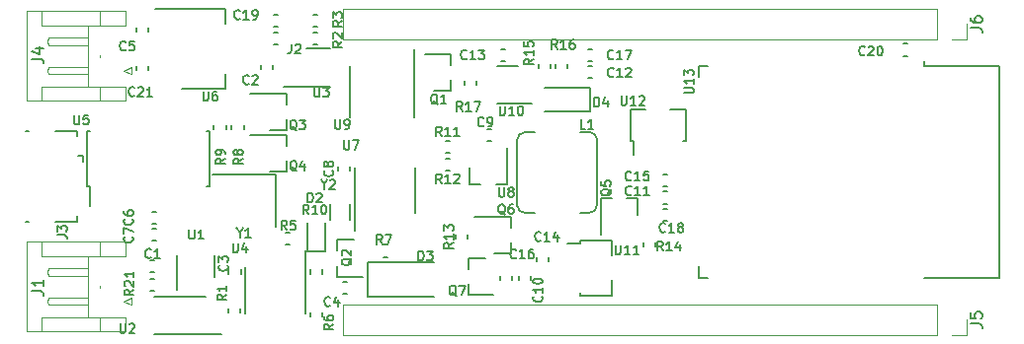
<source format=gbr>
G04 #@! TF.GenerationSoftware,KiCad,Pcbnew,9.0.0*
G04 #@! TF.CreationDate,2025-03-02T20:38:03-08:00*
G04 #@! TF.ProjectId,SuperPower-uC-KiCad,53757065-7250-46f7-9765-722d75432d4b,rev?*
G04 #@! TF.SameCoordinates,Original*
G04 #@! TF.FileFunction,Legend,Top*
G04 #@! TF.FilePolarity,Positive*
%FSLAX46Y46*%
G04 Gerber Fmt 4.6, Leading zero omitted, Abs format (unit mm)*
G04 Created by KiCad (PCBNEW 9.0.0) date 2025-03-02 20:38:03*
%MOMM*%
%LPD*%
G01*
G04 APERTURE LIST*
%ADD10C,0.150000*%
%ADD11C,0.153000*%
%ADD12C,0.120000*%
G04 APERTURE END LIST*
D10*
X183096819Y-122253333D02*
X183811104Y-122253333D01*
X183811104Y-122253333D02*
X183953961Y-122300952D01*
X183953961Y-122300952D02*
X184049200Y-122396190D01*
X184049200Y-122396190D02*
X184096819Y-122539047D01*
X184096819Y-122539047D02*
X184096819Y-122634285D01*
X183096819Y-121300952D02*
X183096819Y-121777142D01*
X183096819Y-121777142D02*
X183573009Y-121824761D01*
X183573009Y-121824761D02*
X183525390Y-121777142D01*
X183525390Y-121777142D02*
X183477771Y-121681904D01*
X183477771Y-121681904D02*
X183477771Y-121443809D01*
X183477771Y-121443809D02*
X183525390Y-121348571D01*
X183525390Y-121348571D02*
X183573009Y-121300952D01*
X183573009Y-121300952D02*
X183668247Y-121253333D01*
X183668247Y-121253333D02*
X183906342Y-121253333D01*
X183906342Y-121253333D02*
X184001580Y-121300952D01*
X184001580Y-121300952D02*
X184049200Y-121348571D01*
X184049200Y-121348571D02*
X184096819Y-121443809D01*
X184096819Y-121443809D02*
X184096819Y-121681904D01*
X184096819Y-121681904D02*
X184049200Y-121777142D01*
X184049200Y-121777142D02*
X184001580Y-121824761D01*
X183096819Y-96853333D02*
X183811104Y-96853333D01*
X183811104Y-96853333D02*
X183953961Y-96900952D01*
X183953961Y-96900952D02*
X184049200Y-96996190D01*
X184049200Y-96996190D02*
X184096819Y-97139047D01*
X184096819Y-97139047D02*
X184096819Y-97234285D01*
X183096819Y-95948571D02*
X183096819Y-96139047D01*
X183096819Y-96139047D02*
X183144438Y-96234285D01*
X183144438Y-96234285D02*
X183192057Y-96281904D01*
X183192057Y-96281904D02*
X183334914Y-96377142D01*
X183334914Y-96377142D02*
X183525390Y-96424761D01*
X183525390Y-96424761D02*
X183906342Y-96424761D01*
X183906342Y-96424761D02*
X184001580Y-96377142D01*
X184001580Y-96377142D02*
X184049200Y-96329523D01*
X184049200Y-96329523D02*
X184096819Y-96234285D01*
X184096819Y-96234285D02*
X184096819Y-96043809D01*
X184096819Y-96043809D02*
X184049200Y-95948571D01*
X184049200Y-95948571D02*
X184001580Y-95900952D01*
X184001580Y-95900952D02*
X183906342Y-95853333D01*
X183906342Y-95853333D02*
X183668247Y-95853333D01*
X183668247Y-95853333D02*
X183573009Y-95900952D01*
X183573009Y-95900952D02*
X183525390Y-95948571D01*
X183525390Y-95948571D02*
X183477771Y-96043809D01*
X183477771Y-96043809D02*
X183477771Y-96234285D01*
X183477771Y-96234285D02*
X183525390Y-96329523D01*
X183525390Y-96329523D02*
X183573009Y-96377142D01*
X183573009Y-96377142D02*
X183668247Y-96424761D01*
D11*
X150857024Y-103613139D02*
X150857024Y-102813139D01*
X150857024Y-102813139D02*
X151047500Y-102813139D01*
X151047500Y-102813139D02*
X151161786Y-102851234D01*
X151161786Y-102851234D02*
X151237976Y-102927424D01*
X151237976Y-102927424D02*
X151276071Y-103003615D01*
X151276071Y-103003615D02*
X151314167Y-103155996D01*
X151314167Y-103155996D02*
X151314167Y-103270282D01*
X151314167Y-103270282D02*
X151276071Y-103422663D01*
X151276071Y-103422663D02*
X151237976Y-103498853D01*
X151237976Y-103498853D02*
X151161786Y-103575044D01*
X151161786Y-103575044D02*
X151047500Y-103613139D01*
X151047500Y-103613139D02*
X150857024Y-103613139D01*
X151999881Y-103079805D02*
X151999881Y-103613139D01*
X151809405Y-102775044D02*
X151618928Y-103346472D01*
X151618928Y-103346472D02*
X152114167Y-103346472D01*
X104908639Y-114630166D02*
X105480067Y-114630166D01*
X105480067Y-114630166D02*
X105594353Y-114668261D01*
X105594353Y-114668261D02*
X105670544Y-114744452D01*
X105670544Y-114744452D02*
X105708639Y-114858737D01*
X105708639Y-114858737D02*
X105708639Y-114934928D01*
X104908639Y-114325404D02*
X104908639Y-113830166D01*
X104908639Y-113830166D02*
X105213401Y-114096832D01*
X105213401Y-114096832D02*
X105213401Y-113982547D01*
X105213401Y-113982547D02*
X105251496Y-113906356D01*
X105251496Y-113906356D02*
X105289591Y-113868261D01*
X105289591Y-113868261D02*
X105365782Y-113830166D01*
X105365782Y-113830166D02*
X105556258Y-113830166D01*
X105556258Y-113830166D02*
X105632448Y-113868261D01*
X105632448Y-113868261D02*
X105670544Y-113906356D01*
X105670544Y-113906356D02*
X105708639Y-113982547D01*
X105708639Y-113982547D02*
X105708639Y-114211118D01*
X105708639Y-114211118D02*
X105670544Y-114287309D01*
X105670544Y-114287309D02*
X105632448Y-114325404D01*
X150107666Y-105518139D02*
X149726714Y-105518139D01*
X149726714Y-105518139D02*
X149726714Y-104718139D01*
X150793380Y-105518139D02*
X150336237Y-105518139D01*
X150564809Y-105518139D02*
X150564809Y-104718139D01*
X150564809Y-104718139D02*
X150488618Y-104832424D01*
X150488618Y-104832424D02*
X150412428Y-104908615D01*
X150412428Y-104908615D02*
X150336237Y-104946710D01*
X127750048Y-110327186D02*
X127750048Y-110708139D01*
X127483381Y-109908139D02*
X127750048Y-110327186D01*
X127750048Y-110327186D02*
X128016714Y-109908139D01*
X128245285Y-109984329D02*
X128283381Y-109946234D01*
X128283381Y-109946234D02*
X128359571Y-109908139D01*
X128359571Y-109908139D02*
X128550047Y-109908139D01*
X128550047Y-109908139D02*
X128626238Y-109946234D01*
X128626238Y-109946234D02*
X128664333Y-109984329D01*
X128664333Y-109984329D02*
X128702428Y-110060520D01*
X128702428Y-110060520D02*
X128702428Y-110136710D01*
X128702428Y-110136710D02*
X128664333Y-110250996D01*
X128664333Y-110250996D02*
X128207190Y-110708139D01*
X128207190Y-110708139D02*
X128702428Y-110708139D01*
X120510548Y-114464186D02*
X120510548Y-114845139D01*
X120243881Y-114045139D02*
X120510548Y-114464186D01*
X120510548Y-114464186D02*
X120777214Y-114045139D01*
X121462928Y-114845139D02*
X121005785Y-114845139D01*
X121234357Y-114845139D02*
X121234357Y-114045139D01*
X121234357Y-114045139D02*
X121158166Y-114159424D01*
X121158166Y-114159424D02*
X121081976Y-114235615D01*
X121081976Y-114235615D02*
X121005785Y-114273710D01*
X158566139Y-102463475D02*
X159213758Y-102463475D01*
X159213758Y-102463475D02*
X159289948Y-102425380D01*
X159289948Y-102425380D02*
X159328044Y-102387285D01*
X159328044Y-102387285D02*
X159366139Y-102311094D01*
X159366139Y-102311094D02*
X159366139Y-102158713D01*
X159366139Y-102158713D02*
X159328044Y-102082523D01*
X159328044Y-102082523D02*
X159289948Y-102044428D01*
X159289948Y-102044428D02*
X159213758Y-102006332D01*
X159213758Y-102006332D02*
X158566139Y-102006332D01*
X159366139Y-101206333D02*
X159366139Y-101663476D01*
X159366139Y-101434904D02*
X158566139Y-101434904D01*
X158566139Y-101434904D02*
X158680424Y-101511095D01*
X158680424Y-101511095D02*
X158756615Y-101587285D01*
X158756615Y-101587285D02*
X158794710Y-101663476D01*
X158566139Y-100939666D02*
X158566139Y-100444428D01*
X158566139Y-100444428D02*
X158870901Y-100711094D01*
X158870901Y-100711094D02*
X158870901Y-100596809D01*
X158870901Y-100596809D02*
X158908996Y-100520618D01*
X158908996Y-100520618D02*
X158947091Y-100482523D01*
X158947091Y-100482523D02*
X159023282Y-100444428D01*
X159023282Y-100444428D02*
X159213758Y-100444428D01*
X159213758Y-100444428D02*
X159289948Y-100482523D01*
X159289948Y-100482523D02*
X159328044Y-100520618D01*
X159328044Y-100520618D02*
X159366139Y-100596809D01*
X159366139Y-100596809D02*
X159366139Y-100825380D01*
X159366139Y-100825380D02*
X159328044Y-100901571D01*
X159328044Y-100901571D02*
X159289948Y-100939666D01*
X153187524Y-102686139D02*
X153187524Y-103333758D01*
X153187524Y-103333758D02*
X153225619Y-103409948D01*
X153225619Y-103409948D02*
X153263714Y-103448044D01*
X153263714Y-103448044D02*
X153339905Y-103486139D01*
X153339905Y-103486139D02*
X153492286Y-103486139D01*
X153492286Y-103486139D02*
X153568476Y-103448044D01*
X153568476Y-103448044D02*
X153606571Y-103409948D01*
X153606571Y-103409948D02*
X153644667Y-103333758D01*
X153644667Y-103333758D02*
X153644667Y-102686139D01*
X154444666Y-103486139D02*
X153987523Y-103486139D01*
X154216095Y-103486139D02*
X154216095Y-102686139D01*
X154216095Y-102686139D02*
X154139904Y-102800424D01*
X154139904Y-102800424D02*
X154063714Y-102876615D01*
X154063714Y-102876615D02*
X153987523Y-102914710D01*
X154749428Y-102762329D02*
X154787524Y-102724234D01*
X154787524Y-102724234D02*
X154863714Y-102686139D01*
X154863714Y-102686139D02*
X155054190Y-102686139D01*
X155054190Y-102686139D02*
X155130381Y-102724234D01*
X155130381Y-102724234D02*
X155168476Y-102762329D01*
X155168476Y-102762329D02*
X155206571Y-102838520D01*
X155206571Y-102838520D02*
X155206571Y-102914710D01*
X155206571Y-102914710D02*
X155168476Y-103028996D01*
X155168476Y-103028996D02*
X154711333Y-103486139D01*
X154711333Y-103486139D02*
X155206571Y-103486139D01*
X152679524Y-115513139D02*
X152679524Y-116160758D01*
X152679524Y-116160758D02*
X152717619Y-116236948D01*
X152717619Y-116236948D02*
X152755714Y-116275044D01*
X152755714Y-116275044D02*
X152831905Y-116313139D01*
X152831905Y-116313139D02*
X152984286Y-116313139D01*
X152984286Y-116313139D02*
X153060476Y-116275044D01*
X153060476Y-116275044D02*
X153098571Y-116236948D01*
X153098571Y-116236948D02*
X153136667Y-116160758D01*
X153136667Y-116160758D02*
X153136667Y-115513139D01*
X153936666Y-116313139D02*
X153479523Y-116313139D01*
X153708095Y-116313139D02*
X153708095Y-115513139D01*
X153708095Y-115513139D02*
X153631904Y-115627424D01*
X153631904Y-115627424D02*
X153555714Y-115703615D01*
X153555714Y-115703615D02*
X153479523Y-115741710D01*
X154698571Y-116313139D02*
X154241428Y-116313139D01*
X154470000Y-116313139D02*
X154470000Y-115513139D01*
X154470000Y-115513139D02*
X154393809Y-115627424D01*
X154393809Y-115627424D02*
X154317619Y-115703615D01*
X154317619Y-115703615D02*
X154241428Y-115741710D01*
X142773524Y-103575139D02*
X142773524Y-104222758D01*
X142773524Y-104222758D02*
X142811619Y-104298948D01*
X142811619Y-104298948D02*
X142849714Y-104337044D01*
X142849714Y-104337044D02*
X142925905Y-104375139D01*
X142925905Y-104375139D02*
X143078286Y-104375139D01*
X143078286Y-104375139D02*
X143154476Y-104337044D01*
X143154476Y-104337044D02*
X143192571Y-104298948D01*
X143192571Y-104298948D02*
X143230667Y-104222758D01*
X143230667Y-104222758D02*
X143230667Y-103575139D01*
X144030666Y-104375139D02*
X143573523Y-104375139D01*
X143802095Y-104375139D02*
X143802095Y-103575139D01*
X143802095Y-103575139D02*
X143725904Y-103689424D01*
X143725904Y-103689424D02*
X143649714Y-103765615D01*
X143649714Y-103765615D02*
X143573523Y-103803710D01*
X144525905Y-103575139D02*
X144602095Y-103575139D01*
X144602095Y-103575139D02*
X144678286Y-103613234D01*
X144678286Y-103613234D02*
X144716381Y-103651329D01*
X144716381Y-103651329D02*
X144754476Y-103727520D01*
X144754476Y-103727520D02*
X144792571Y-103879901D01*
X144792571Y-103879901D02*
X144792571Y-104070377D01*
X144792571Y-104070377D02*
X144754476Y-104222758D01*
X144754476Y-104222758D02*
X144716381Y-104298948D01*
X144716381Y-104298948D02*
X144678286Y-104337044D01*
X144678286Y-104337044D02*
X144602095Y-104375139D01*
X144602095Y-104375139D02*
X144525905Y-104375139D01*
X144525905Y-104375139D02*
X144449714Y-104337044D01*
X144449714Y-104337044D02*
X144411619Y-104298948D01*
X144411619Y-104298948D02*
X144373524Y-104222758D01*
X144373524Y-104222758D02*
X144335428Y-104070377D01*
X144335428Y-104070377D02*
X144335428Y-103879901D01*
X144335428Y-103879901D02*
X144373524Y-103727520D01*
X144373524Y-103727520D02*
X144411619Y-103651329D01*
X144411619Y-103651329D02*
X144449714Y-103613234D01*
X144449714Y-103613234D02*
X144525905Y-103575139D01*
X128676476Y-104718139D02*
X128676476Y-105365758D01*
X128676476Y-105365758D02*
X128714571Y-105441948D01*
X128714571Y-105441948D02*
X128752666Y-105480044D01*
X128752666Y-105480044D02*
X128828857Y-105518139D01*
X128828857Y-105518139D02*
X128981238Y-105518139D01*
X128981238Y-105518139D02*
X129057428Y-105480044D01*
X129057428Y-105480044D02*
X129095523Y-105441948D01*
X129095523Y-105441948D02*
X129133619Y-105365758D01*
X129133619Y-105365758D02*
X129133619Y-104718139D01*
X129552666Y-105518139D02*
X129705047Y-105518139D01*
X129705047Y-105518139D02*
X129781237Y-105480044D01*
X129781237Y-105480044D02*
X129819333Y-105441948D01*
X129819333Y-105441948D02*
X129895523Y-105327663D01*
X129895523Y-105327663D02*
X129933618Y-105175282D01*
X129933618Y-105175282D02*
X129933618Y-104870520D01*
X129933618Y-104870520D02*
X129895523Y-104794329D01*
X129895523Y-104794329D02*
X129857428Y-104756234D01*
X129857428Y-104756234D02*
X129781237Y-104718139D01*
X129781237Y-104718139D02*
X129628856Y-104718139D01*
X129628856Y-104718139D02*
X129552666Y-104756234D01*
X129552666Y-104756234D02*
X129514571Y-104794329D01*
X129514571Y-104794329D02*
X129476475Y-104870520D01*
X129476475Y-104870520D02*
X129476475Y-105060996D01*
X129476475Y-105060996D02*
X129514571Y-105137186D01*
X129514571Y-105137186D02*
X129552666Y-105175282D01*
X129552666Y-105175282D02*
X129628856Y-105213377D01*
X129628856Y-105213377D02*
X129781237Y-105213377D01*
X129781237Y-105213377D02*
X129857428Y-105175282D01*
X129857428Y-105175282D02*
X129895523Y-105137186D01*
X129895523Y-105137186D02*
X129933618Y-105060996D01*
X142709976Y-110560139D02*
X142709976Y-111207758D01*
X142709976Y-111207758D02*
X142748071Y-111283948D01*
X142748071Y-111283948D02*
X142786166Y-111322044D01*
X142786166Y-111322044D02*
X142862357Y-111360139D01*
X142862357Y-111360139D02*
X143014738Y-111360139D01*
X143014738Y-111360139D02*
X143090928Y-111322044D01*
X143090928Y-111322044D02*
X143129023Y-111283948D01*
X143129023Y-111283948D02*
X143167119Y-111207758D01*
X143167119Y-111207758D02*
X143167119Y-110560139D01*
X143662356Y-110902996D02*
X143586166Y-110864901D01*
X143586166Y-110864901D02*
X143548071Y-110826805D01*
X143548071Y-110826805D02*
X143509975Y-110750615D01*
X143509975Y-110750615D02*
X143509975Y-110712520D01*
X143509975Y-110712520D02*
X143548071Y-110636329D01*
X143548071Y-110636329D02*
X143586166Y-110598234D01*
X143586166Y-110598234D02*
X143662356Y-110560139D01*
X143662356Y-110560139D02*
X143814737Y-110560139D01*
X143814737Y-110560139D02*
X143890928Y-110598234D01*
X143890928Y-110598234D02*
X143929023Y-110636329D01*
X143929023Y-110636329D02*
X143967118Y-110712520D01*
X143967118Y-110712520D02*
X143967118Y-110750615D01*
X143967118Y-110750615D02*
X143929023Y-110826805D01*
X143929023Y-110826805D02*
X143890928Y-110864901D01*
X143890928Y-110864901D02*
X143814737Y-110902996D01*
X143814737Y-110902996D02*
X143662356Y-110902996D01*
X143662356Y-110902996D02*
X143586166Y-110941091D01*
X143586166Y-110941091D02*
X143548071Y-110979186D01*
X143548071Y-110979186D02*
X143509975Y-111055377D01*
X143509975Y-111055377D02*
X143509975Y-111207758D01*
X143509975Y-111207758D02*
X143548071Y-111283948D01*
X143548071Y-111283948D02*
X143586166Y-111322044D01*
X143586166Y-111322044D02*
X143662356Y-111360139D01*
X143662356Y-111360139D02*
X143814737Y-111360139D01*
X143814737Y-111360139D02*
X143890928Y-111322044D01*
X143890928Y-111322044D02*
X143929023Y-111283948D01*
X143929023Y-111283948D02*
X143967118Y-111207758D01*
X143967118Y-111207758D02*
X143967118Y-111055377D01*
X143967118Y-111055377D02*
X143929023Y-110979186D01*
X143929023Y-110979186D02*
X143890928Y-110941091D01*
X143890928Y-110941091D02*
X143814737Y-110902996D01*
X129438476Y-106496139D02*
X129438476Y-107143758D01*
X129438476Y-107143758D02*
X129476571Y-107219948D01*
X129476571Y-107219948D02*
X129514666Y-107258044D01*
X129514666Y-107258044D02*
X129590857Y-107296139D01*
X129590857Y-107296139D02*
X129743238Y-107296139D01*
X129743238Y-107296139D02*
X129819428Y-107258044D01*
X129819428Y-107258044D02*
X129857523Y-107219948D01*
X129857523Y-107219948D02*
X129895619Y-107143758D01*
X129895619Y-107143758D02*
X129895619Y-106496139D01*
X130200380Y-106496139D02*
X130733714Y-106496139D01*
X130733714Y-106496139D02*
X130390856Y-107296139D01*
X117373476Y-102305139D02*
X117373476Y-102952758D01*
X117373476Y-102952758D02*
X117411571Y-103028948D01*
X117411571Y-103028948D02*
X117449666Y-103067044D01*
X117449666Y-103067044D02*
X117525857Y-103105139D01*
X117525857Y-103105139D02*
X117678238Y-103105139D01*
X117678238Y-103105139D02*
X117754428Y-103067044D01*
X117754428Y-103067044D02*
X117792523Y-103028948D01*
X117792523Y-103028948D02*
X117830619Y-102952758D01*
X117830619Y-102952758D02*
X117830619Y-102305139D01*
X118554428Y-102305139D02*
X118402047Y-102305139D01*
X118402047Y-102305139D02*
X118325856Y-102343234D01*
X118325856Y-102343234D02*
X118287761Y-102381329D01*
X118287761Y-102381329D02*
X118211571Y-102495615D01*
X118211571Y-102495615D02*
X118173475Y-102647996D01*
X118173475Y-102647996D02*
X118173475Y-102952758D01*
X118173475Y-102952758D02*
X118211571Y-103028948D01*
X118211571Y-103028948D02*
X118249666Y-103067044D01*
X118249666Y-103067044D02*
X118325856Y-103105139D01*
X118325856Y-103105139D02*
X118478237Y-103105139D01*
X118478237Y-103105139D02*
X118554428Y-103067044D01*
X118554428Y-103067044D02*
X118592523Y-103028948D01*
X118592523Y-103028948D02*
X118630618Y-102952758D01*
X118630618Y-102952758D02*
X118630618Y-102762282D01*
X118630618Y-102762282D02*
X118592523Y-102686091D01*
X118592523Y-102686091D02*
X118554428Y-102647996D01*
X118554428Y-102647996D02*
X118478237Y-102609901D01*
X118478237Y-102609901D02*
X118325856Y-102609901D01*
X118325856Y-102609901D02*
X118249666Y-102647996D01*
X118249666Y-102647996D02*
X118211571Y-102686091D01*
X118211571Y-102686091D02*
X118173475Y-102762282D01*
X106324476Y-104337139D02*
X106324476Y-104984758D01*
X106324476Y-104984758D02*
X106362571Y-105060948D01*
X106362571Y-105060948D02*
X106400666Y-105099044D01*
X106400666Y-105099044D02*
X106476857Y-105137139D01*
X106476857Y-105137139D02*
X106629238Y-105137139D01*
X106629238Y-105137139D02*
X106705428Y-105099044D01*
X106705428Y-105099044D02*
X106743523Y-105060948D01*
X106743523Y-105060948D02*
X106781619Y-104984758D01*
X106781619Y-104984758D02*
X106781619Y-104337139D01*
X107543523Y-104337139D02*
X107162571Y-104337139D01*
X107162571Y-104337139D02*
X107124475Y-104718091D01*
X107124475Y-104718091D02*
X107162571Y-104679996D01*
X107162571Y-104679996D02*
X107238761Y-104641901D01*
X107238761Y-104641901D02*
X107429237Y-104641901D01*
X107429237Y-104641901D02*
X107505428Y-104679996D01*
X107505428Y-104679996D02*
X107543523Y-104718091D01*
X107543523Y-104718091D02*
X107581618Y-104794282D01*
X107581618Y-104794282D02*
X107581618Y-104984758D01*
X107581618Y-104984758D02*
X107543523Y-105060948D01*
X107543523Y-105060948D02*
X107505428Y-105099044D01*
X107505428Y-105099044D02*
X107429237Y-105137139D01*
X107429237Y-105137139D02*
X107238761Y-105137139D01*
X107238761Y-105137139D02*
X107162571Y-105099044D01*
X107162571Y-105099044D02*
X107124475Y-105060948D01*
X119913476Y-115358139D02*
X119913476Y-116005758D01*
X119913476Y-116005758D02*
X119951571Y-116081948D01*
X119951571Y-116081948D02*
X119989666Y-116120044D01*
X119989666Y-116120044D02*
X120065857Y-116158139D01*
X120065857Y-116158139D02*
X120218238Y-116158139D01*
X120218238Y-116158139D02*
X120294428Y-116120044D01*
X120294428Y-116120044D02*
X120332523Y-116081948D01*
X120332523Y-116081948D02*
X120370619Y-116005758D01*
X120370619Y-116005758D02*
X120370619Y-115358139D01*
X121094428Y-115624805D02*
X121094428Y-116158139D01*
X120903952Y-115320044D02*
X120713475Y-115891472D01*
X120713475Y-115891472D02*
X121208714Y-115891472D01*
X126898476Y-101987639D02*
X126898476Y-102635258D01*
X126898476Y-102635258D02*
X126936571Y-102711448D01*
X126936571Y-102711448D02*
X126974666Y-102749544D01*
X126974666Y-102749544D02*
X127050857Y-102787639D01*
X127050857Y-102787639D02*
X127203238Y-102787639D01*
X127203238Y-102787639D02*
X127279428Y-102749544D01*
X127279428Y-102749544D02*
X127317523Y-102711448D01*
X127317523Y-102711448D02*
X127355619Y-102635258D01*
X127355619Y-102635258D02*
X127355619Y-101987639D01*
X127660380Y-101987639D02*
X128155618Y-101987639D01*
X128155618Y-101987639D02*
X127888952Y-102292401D01*
X127888952Y-102292401D02*
X128003237Y-102292401D01*
X128003237Y-102292401D02*
X128079428Y-102330496D01*
X128079428Y-102330496D02*
X128117523Y-102368591D01*
X128117523Y-102368591D02*
X128155618Y-102444782D01*
X128155618Y-102444782D02*
X128155618Y-102635258D01*
X128155618Y-102635258D02*
X128117523Y-102711448D01*
X128117523Y-102711448D02*
X128079428Y-102749544D01*
X128079428Y-102749544D02*
X128003237Y-102787639D01*
X128003237Y-102787639D02*
X127774666Y-102787639D01*
X127774666Y-102787639D02*
X127698475Y-102749544D01*
X127698475Y-102749544D02*
X127660380Y-102711448D01*
X110261476Y-122244139D02*
X110261476Y-122891758D01*
X110261476Y-122891758D02*
X110299571Y-122967948D01*
X110299571Y-122967948D02*
X110337666Y-123006044D01*
X110337666Y-123006044D02*
X110413857Y-123044139D01*
X110413857Y-123044139D02*
X110566238Y-123044139D01*
X110566238Y-123044139D02*
X110642428Y-123006044D01*
X110642428Y-123006044D02*
X110680523Y-122967948D01*
X110680523Y-122967948D02*
X110718619Y-122891758D01*
X110718619Y-122891758D02*
X110718619Y-122244139D01*
X111061475Y-122320329D02*
X111099571Y-122282234D01*
X111099571Y-122282234D02*
X111175761Y-122244139D01*
X111175761Y-122244139D02*
X111366237Y-122244139D01*
X111366237Y-122244139D02*
X111442428Y-122282234D01*
X111442428Y-122282234D02*
X111480523Y-122320329D01*
X111480523Y-122320329D02*
X111518618Y-122396520D01*
X111518618Y-122396520D02*
X111518618Y-122472710D01*
X111518618Y-122472710D02*
X111480523Y-122586996D01*
X111480523Y-122586996D02*
X111023380Y-123044139D01*
X111023380Y-123044139D02*
X111518618Y-123044139D01*
X116166976Y-114193139D02*
X116166976Y-114840758D01*
X116166976Y-114840758D02*
X116205071Y-114916948D01*
X116205071Y-114916948D02*
X116243166Y-114955044D01*
X116243166Y-114955044D02*
X116319357Y-114993139D01*
X116319357Y-114993139D02*
X116471738Y-114993139D01*
X116471738Y-114993139D02*
X116547928Y-114955044D01*
X116547928Y-114955044D02*
X116586023Y-114916948D01*
X116586023Y-114916948D02*
X116624119Y-114840758D01*
X116624119Y-114840758D02*
X116624119Y-114193139D01*
X117424118Y-114993139D02*
X116966975Y-114993139D01*
X117195547Y-114993139D02*
X117195547Y-114193139D01*
X117195547Y-114193139D02*
X117119356Y-114307424D01*
X117119356Y-114307424D02*
X117043166Y-114383615D01*
X117043166Y-114383615D02*
X116966975Y-114421710D01*
X111423639Y-119336285D02*
X111042686Y-119602952D01*
X111423639Y-119793428D02*
X110623639Y-119793428D01*
X110623639Y-119793428D02*
X110623639Y-119488666D01*
X110623639Y-119488666D02*
X110661734Y-119412476D01*
X110661734Y-119412476D02*
X110699829Y-119374381D01*
X110699829Y-119374381D02*
X110776020Y-119336285D01*
X110776020Y-119336285D02*
X110890305Y-119336285D01*
X110890305Y-119336285D02*
X110966496Y-119374381D01*
X110966496Y-119374381D02*
X111004591Y-119412476D01*
X111004591Y-119412476D02*
X111042686Y-119488666D01*
X111042686Y-119488666D02*
X111042686Y-119793428D01*
X110699829Y-119031524D02*
X110661734Y-118993428D01*
X110661734Y-118993428D02*
X110623639Y-118917238D01*
X110623639Y-118917238D02*
X110623639Y-118726762D01*
X110623639Y-118726762D02*
X110661734Y-118650571D01*
X110661734Y-118650571D02*
X110699829Y-118612476D01*
X110699829Y-118612476D02*
X110776020Y-118574381D01*
X110776020Y-118574381D02*
X110852210Y-118574381D01*
X110852210Y-118574381D02*
X110966496Y-118612476D01*
X110966496Y-118612476D02*
X111423639Y-119069619D01*
X111423639Y-119069619D02*
X111423639Y-118574381D01*
X111423639Y-117812476D02*
X111423639Y-118269619D01*
X111423639Y-118041047D02*
X110623639Y-118041047D01*
X110623639Y-118041047D02*
X110737924Y-118117238D01*
X110737924Y-118117238D02*
X110814115Y-118193428D01*
X110814115Y-118193428D02*
X110852210Y-118269619D01*
X139566714Y-103994139D02*
X139300047Y-103613186D01*
X139109571Y-103994139D02*
X139109571Y-103194139D01*
X139109571Y-103194139D02*
X139414333Y-103194139D01*
X139414333Y-103194139D02*
X139490523Y-103232234D01*
X139490523Y-103232234D02*
X139528618Y-103270329D01*
X139528618Y-103270329D02*
X139566714Y-103346520D01*
X139566714Y-103346520D02*
X139566714Y-103460805D01*
X139566714Y-103460805D02*
X139528618Y-103536996D01*
X139528618Y-103536996D02*
X139490523Y-103575091D01*
X139490523Y-103575091D02*
X139414333Y-103613186D01*
X139414333Y-103613186D02*
X139109571Y-103613186D01*
X140328618Y-103994139D02*
X139871475Y-103994139D01*
X140100047Y-103994139D02*
X140100047Y-103194139D01*
X140100047Y-103194139D02*
X140023856Y-103308424D01*
X140023856Y-103308424D02*
X139947666Y-103384615D01*
X139947666Y-103384615D02*
X139871475Y-103422710D01*
X140595285Y-103194139D02*
X141128619Y-103194139D01*
X141128619Y-103194139D02*
X140785761Y-103994139D01*
X147694714Y-98659639D02*
X147428047Y-98278686D01*
X147237571Y-98659639D02*
X147237571Y-97859639D01*
X147237571Y-97859639D02*
X147542333Y-97859639D01*
X147542333Y-97859639D02*
X147618523Y-97897734D01*
X147618523Y-97897734D02*
X147656618Y-97935829D01*
X147656618Y-97935829D02*
X147694714Y-98012020D01*
X147694714Y-98012020D02*
X147694714Y-98126305D01*
X147694714Y-98126305D02*
X147656618Y-98202496D01*
X147656618Y-98202496D02*
X147618523Y-98240591D01*
X147618523Y-98240591D02*
X147542333Y-98278686D01*
X147542333Y-98278686D02*
X147237571Y-98278686D01*
X148456618Y-98659639D02*
X147999475Y-98659639D01*
X148228047Y-98659639D02*
X148228047Y-97859639D01*
X148228047Y-97859639D02*
X148151856Y-97973924D01*
X148151856Y-97973924D02*
X148075666Y-98050115D01*
X148075666Y-98050115D02*
X147999475Y-98088210D01*
X149142333Y-97859639D02*
X148989952Y-97859639D01*
X148989952Y-97859639D02*
X148913761Y-97897734D01*
X148913761Y-97897734D02*
X148875666Y-97935829D01*
X148875666Y-97935829D02*
X148799476Y-98050115D01*
X148799476Y-98050115D02*
X148761380Y-98202496D01*
X148761380Y-98202496D02*
X148761380Y-98507258D01*
X148761380Y-98507258D02*
X148799476Y-98583448D01*
X148799476Y-98583448D02*
X148837571Y-98621544D01*
X148837571Y-98621544D02*
X148913761Y-98659639D01*
X148913761Y-98659639D02*
X149066142Y-98659639D01*
X149066142Y-98659639D02*
X149142333Y-98621544D01*
X149142333Y-98621544D02*
X149180428Y-98583448D01*
X149180428Y-98583448D02*
X149218523Y-98507258D01*
X149218523Y-98507258D02*
X149218523Y-98316782D01*
X149218523Y-98316782D02*
X149180428Y-98240591D01*
X149180428Y-98240591D02*
X149142333Y-98202496D01*
X149142333Y-98202496D02*
X149066142Y-98164401D01*
X149066142Y-98164401D02*
X148913761Y-98164401D01*
X148913761Y-98164401D02*
X148837571Y-98202496D01*
X148837571Y-98202496D02*
X148799476Y-98240591D01*
X148799476Y-98240591D02*
X148761380Y-98316782D01*
X145650139Y-99524285D02*
X145269186Y-99790952D01*
X145650139Y-99981428D02*
X144850139Y-99981428D01*
X144850139Y-99981428D02*
X144850139Y-99676666D01*
X144850139Y-99676666D02*
X144888234Y-99600476D01*
X144888234Y-99600476D02*
X144926329Y-99562381D01*
X144926329Y-99562381D02*
X145002520Y-99524285D01*
X145002520Y-99524285D02*
X145116805Y-99524285D01*
X145116805Y-99524285D02*
X145192996Y-99562381D01*
X145192996Y-99562381D02*
X145231091Y-99600476D01*
X145231091Y-99600476D02*
X145269186Y-99676666D01*
X145269186Y-99676666D02*
X145269186Y-99981428D01*
X145650139Y-98762381D02*
X145650139Y-99219524D01*
X145650139Y-98990952D02*
X144850139Y-98990952D01*
X144850139Y-98990952D02*
X144964424Y-99067143D01*
X144964424Y-99067143D02*
X145040615Y-99143333D01*
X145040615Y-99143333D02*
X145078710Y-99219524D01*
X144850139Y-98038571D02*
X144850139Y-98419523D01*
X144850139Y-98419523D02*
X145231091Y-98457619D01*
X145231091Y-98457619D02*
X145192996Y-98419523D01*
X145192996Y-98419523D02*
X145154901Y-98343333D01*
X145154901Y-98343333D02*
X145154901Y-98152857D01*
X145154901Y-98152857D02*
X145192996Y-98076666D01*
X145192996Y-98076666D02*
X145231091Y-98038571D01*
X145231091Y-98038571D02*
X145307282Y-98000476D01*
X145307282Y-98000476D02*
X145497758Y-98000476D01*
X145497758Y-98000476D02*
X145573948Y-98038571D01*
X145573948Y-98038571D02*
X145612044Y-98076666D01*
X145612044Y-98076666D02*
X145650139Y-98152857D01*
X145650139Y-98152857D02*
X145650139Y-98343333D01*
X145650139Y-98343333D02*
X145612044Y-98419523D01*
X145612044Y-98419523D02*
X145573948Y-98457619D01*
X156766714Y-116008139D02*
X156500047Y-115627186D01*
X156309571Y-116008139D02*
X156309571Y-115208139D01*
X156309571Y-115208139D02*
X156614333Y-115208139D01*
X156614333Y-115208139D02*
X156690523Y-115246234D01*
X156690523Y-115246234D02*
X156728618Y-115284329D01*
X156728618Y-115284329D02*
X156766714Y-115360520D01*
X156766714Y-115360520D02*
X156766714Y-115474805D01*
X156766714Y-115474805D02*
X156728618Y-115550996D01*
X156728618Y-115550996D02*
X156690523Y-115589091D01*
X156690523Y-115589091D02*
X156614333Y-115627186D01*
X156614333Y-115627186D02*
X156309571Y-115627186D01*
X157528618Y-116008139D02*
X157071475Y-116008139D01*
X157300047Y-116008139D02*
X157300047Y-115208139D01*
X157300047Y-115208139D02*
X157223856Y-115322424D01*
X157223856Y-115322424D02*
X157147666Y-115398615D01*
X157147666Y-115398615D02*
X157071475Y-115436710D01*
X158214333Y-115474805D02*
X158214333Y-116008139D01*
X158023857Y-115170044D02*
X157833380Y-115741472D01*
X157833380Y-115741472D02*
X158328619Y-115741472D01*
X138792139Y-115322285D02*
X138411186Y-115588952D01*
X138792139Y-115779428D02*
X137992139Y-115779428D01*
X137992139Y-115779428D02*
X137992139Y-115474666D01*
X137992139Y-115474666D02*
X138030234Y-115398476D01*
X138030234Y-115398476D02*
X138068329Y-115360381D01*
X138068329Y-115360381D02*
X138144520Y-115322285D01*
X138144520Y-115322285D02*
X138258805Y-115322285D01*
X138258805Y-115322285D02*
X138334996Y-115360381D01*
X138334996Y-115360381D02*
X138373091Y-115398476D01*
X138373091Y-115398476D02*
X138411186Y-115474666D01*
X138411186Y-115474666D02*
X138411186Y-115779428D01*
X138792139Y-114560381D02*
X138792139Y-115017524D01*
X138792139Y-114788952D02*
X137992139Y-114788952D01*
X137992139Y-114788952D02*
X138106424Y-114865143D01*
X138106424Y-114865143D02*
X138182615Y-114941333D01*
X138182615Y-114941333D02*
X138220710Y-115017524D01*
X137992139Y-114293714D02*
X137992139Y-113798476D01*
X137992139Y-113798476D02*
X138296901Y-114065142D01*
X138296901Y-114065142D02*
X138296901Y-113950857D01*
X138296901Y-113950857D02*
X138334996Y-113874666D01*
X138334996Y-113874666D02*
X138373091Y-113836571D01*
X138373091Y-113836571D02*
X138449282Y-113798476D01*
X138449282Y-113798476D02*
X138639758Y-113798476D01*
X138639758Y-113798476D02*
X138715948Y-113836571D01*
X138715948Y-113836571D02*
X138754044Y-113874666D01*
X138754044Y-113874666D02*
X138792139Y-113950857D01*
X138792139Y-113950857D02*
X138792139Y-114179428D01*
X138792139Y-114179428D02*
X138754044Y-114255619D01*
X138754044Y-114255619D02*
X138715948Y-114293714D01*
X137788714Y-110217139D02*
X137522047Y-109836186D01*
X137331571Y-110217139D02*
X137331571Y-109417139D01*
X137331571Y-109417139D02*
X137636333Y-109417139D01*
X137636333Y-109417139D02*
X137712523Y-109455234D01*
X137712523Y-109455234D02*
X137750618Y-109493329D01*
X137750618Y-109493329D02*
X137788714Y-109569520D01*
X137788714Y-109569520D02*
X137788714Y-109683805D01*
X137788714Y-109683805D02*
X137750618Y-109759996D01*
X137750618Y-109759996D02*
X137712523Y-109798091D01*
X137712523Y-109798091D02*
X137636333Y-109836186D01*
X137636333Y-109836186D02*
X137331571Y-109836186D01*
X138550618Y-110217139D02*
X138093475Y-110217139D01*
X138322047Y-110217139D02*
X138322047Y-109417139D01*
X138322047Y-109417139D02*
X138245856Y-109531424D01*
X138245856Y-109531424D02*
X138169666Y-109607615D01*
X138169666Y-109607615D02*
X138093475Y-109645710D01*
X138855380Y-109493329D02*
X138893476Y-109455234D01*
X138893476Y-109455234D02*
X138969666Y-109417139D01*
X138969666Y-109417139D02*
X139160142Y-109417139D01*
X139160142Y-109417139D02*
X139236333Y-109455234D01*
X139236333Y-109455234D02*
X139274428Y-109493329D01*
X139274428Y-109493329D02*
X139312523Y-109569520D01*
X139312523Y-109569520D02*
X139312523Y-109645710D01*
X139312523Y-109645710D02*
X139274428Y-109759996D01*
X139274428Y-109759996D02*
X138817285Y-110217139D01*
X138817285Y-110217139D02*
X139312523Y-110217139D01*
X137788714Y-106153139D02*
X137522047Y-105772186D01*
X137331571Y-106153139D02*
X137331571Y-105353139D01*
X137331571Y-105353139D02*
X137636333Y-105353139D01*
X137636333Y-105353139D02*
X137712523Y-105391234D01*
X137712523Y-105391234D02*
X137750618Y-105429329D01*
X137750618Y-105429329D02*
X137788714Y-105505520D01*
X137788714Y-105505520D02*
X137788714Y-105619805D01*
X137788714Y-105619805D02*
X137750618Y-105695996D01*
X137750618Y-105695996D02*
X137712523Y-105734091D01*
X137712523Y-105734091D02*
X137636333Y-105772186D01*
X137636333Y-105772186D02*
X137331571Y-105772186D01*
X138550618Y-106153139D02*
X138093475Y-106153139D01*
X138322047Y-106153139D02*
X138322047Y-105353139D01*
X138322047Y-105353139D02*
X138245856Y-105467424D01*
X138245856Y-105467424D02*
X138169666Y-105543615D01*
X138169666Y-105543615D02*
X138093475Y-105581710D01*
X139312523Y-106153139D02*
X138855380Y-106153139D01*
X139083952Y-106153139D02*
X139083952Y-105353139D01*
X139083952Y-105353139D02*
X139007761Y-105467424D01*
X139007761Y-105467424D02*
X138931571Y-105543615D01*
X138931571Y-105543615D02*
X138855380Y-105581710D01*
X126416714Y-112858139D02*
X126150047Y-112477186D01*
X125959571Y-112858139D02*
X125959571Y-112058139D01*
X125959571Y-112058139D02*
X126264333Y-112058139D01*
X126264333Y-112058139D02*
X126340523Y-112096234D01*
X126340523Y-112096234D02*
X126378618Y-112134329D01*
X126378618Y-112134329D02*
X126416714Y-112210520D01*
X126416714Y-112210520D02*
X126416714Y-112324805D01*
X126416714Y-112324805D02*
X126378618Y-112400996D01*
X126378618Y-112400996D02*
X126340523Y-112439091D01*
X126340523Y-112439091D02*
X126264333Y-112477186D01*
X126264333Y-112477186D02*
X125959571Y-112477186D01*
X127178618Y-112858139D02*
X126721475Y-112858139D01*
X126950047Y-112858139D02*
X126950047Y-112058139D01*
X126950047Y-112058139D02*
X126873856Y-112172424D01*
X126873856Y-112172424D02*
X126797666Y-112248615D01*
X126797666Y-112248615D02*
X126721475Y-112286710D01*
X127673857Y-112058139D02*
X127750047Y-112058139D01*
X127750047Y-112058139D02*
X127826238Y-112096234D01*
X127826238Y-112096234D02*
X127864333Y-112134329D01*
X127864333Y-112134329D02*
X127902428Y-112210520D01*
X127902428Y-112210520D02*
X127940523Y-112362901D01*
X127940523Y-112362901D02*
X127940523Y-112553377D01*
X127940523Y-112553377D02*
X127902428Y-112705758D01*
X127902428Y-112705758D02*
X127864333Y-112781948D01*
X127864333Y-112781948D02*
X127826238Y-112820044D01*
X127826238Y-112820044D02*
X127750047Y-112858139D01*
X127750047Y-112858139D02*
X127673857Y-112858139D01*
X127673857Y-112858139D02*
X127597666Y-112820044D01*
X127597666Y-112820044D02*
X127559571Y-112781948D01*
X127559571Y-112781948D02*
X127521476Y-112705758D01*
X127521476Y-112705758D02*
X127483380Y-112553377D01*
X127483380Y-112553377D02*
X127483380Y-112362901D01*
X127483380Y-112362901D02*
X127521476Y-112210520D01*
X127521476Y-112210520D02*
X127559571Y-112134329D01*
X127559571Y-112134329D02*
X127597666Y-112096234D01*
X127597666Y-112096234D02*
X127673857Y-112058139D01*
X119234139Y-108083332D02*
X118853186Y-108349999D01*
X119234139Y-108540475D02*
X118434139Y-108540475D01*
X118434139Y-108540475D02*
X118434139Y-108235713D01*
X118434139Y-108235713D02*
X118472234Y-108159523D01*
X118472234Y-108159523D02*
X118510329Y-108121428D01*
X118510329Y-108121428D02*
X118586520Y-108083332D01*
X118586520Y-108083332D02*
X118700805Y-108083332D01*
X118700805Y-108083332D02*
X118776996Y-108121428D01*
X118776996Y-108121428D02*
X118815091Y-108159523D01*
X118815091Y-108159523D02*
X118853186Y-108235713D01*
X118853186Y-108235713D02*
X118853186Y-108540475D01*
X119234139Y-107702380D02*
X119234139Y-107549999D01*
X119234139Y-107549999D02*
X119196044Y-107473809D01*
X119196044Y-107473809D02*
X119157948Y-107435713D01*
X119157948Y-107435713D02*
X119043663Y-107359523D01*
X119043663Y-107359523D02*
X118891282Y-107321428D01*
X118891282Y-107321428D02*
X118586520Y-107321428D01*
X118586520Y-107321428D02*
X118510329Y-107359523D01*
X118510329Y-107359523D02*
X118472234Y-107397618D01*
X118472234Y-107397618D02*
X118434139Y-107473809D01*
X118434139Y-107473809D02*
X118434139Y-107626190D01*
X118434139Y-107626190D02*
X118472234Y-107702380D01*
X118472234Y-107702380D02*
X118510329Y-107740475D01*
X118510329Y-107740475D02*
X118586520Y-107778571D01*
X118586520Y-107778571D02*
X118776996Y-107778571D01*
X118776996Y-107778571D02*
X118853186Y-107740475D01*
X118853186Y-107740475D02*
X118891282Y-107702380D01*
X118891282Y-107702380D02*
X118929377Y-107626190D01*
X118929377Y-107626190D02*
X118929377Y-107473809D01*
X118929377Y-107473809D02*
X118891282Y-107397618D01*
X118891282Y-107397618D02*
X118853186Y-107359523D01*
X118853186Y-107359523D02*
X118776996Y-107321428D01*
X120758139Y-108083332D02*
X120377186Y-108349999D01*
X120758139Y-108540475D02*
X119958139Y-108540475D01*
X119958139Y-108540475D02*
X119958139Y-108235713D01*
X119958139Y-108235713D02*
X119996234Y-108159523D01*
X119996234Y-108159523D02*
X120034329Y-108121428D01*
X120034329Y-108121428D02*
X120110520Y-108083332D01*
X120110520Y-108083332D02*
X120224805Y-108083332D01*
X120224805Y-108083332D02*
X120300996Y-108121428D01*
X120300996Y-108121428D02*
X120339091Y-108159523D01*
X120339091Y-108159523D02*
X120377186Y-108235713D01*
X120377186Y-108235713D02*
X120377186Y-108540475D01*
X120300996Y-107626190D02*
X120262901Y-107702380D01*
X120262901Y-107702380D02*
X120224805Y-107740475D01*
X120224805Y-107740475D02*
X120148615Y-107778571D01*
X120148615Y-107778571D02*
X120110520Y-107778571D01*
X120110520Y-107778571D02*
X120034329Y-107740475D01*
X120034329Y-107740475D02*
X119996234Y-107702380D01*
X119996234Y-107702380D02*
X119958139Y-107626190D01*
X119958139Y-107626190D02*
X119958139Y-107473809D01*
X119958139Y-107473809D02*
X119996234Y-107397618D01*
X119996234Y-107397618D02*
X120034329Y-107359523D01*
X120034329Y-107359523D02*
X120110520Y-107321428D01*
X120110520Y-107321428D02*
X120148615Y-107321428D01*
X120148615Y-107321428D02*
X120224805Y-107359523D01*
X120224805Y-107359523D02*
X120262901Y-107397618D01*
X120262901Y-107397618D02*
X120300996Y-107473809D01*
X120300996Y-107473809D02*
X120300996Y-107626190D01*
X120300996Y-107626190D02*
X120339091Y-107702380D01*
X120339091Y-107702380D02*
X120377186Y-107740475D01*
X120377186Y-107740475D02*
X120453377Y-107778571D01*
X120453377Y-107778571D02*
X120605758Y-107778571D01*
X120605758Y-107778571D02*
X120681948Y-107740475D01*
X120681948Y-107740475D02*
X120720044Y-107702380D01*
X120720044Y-107702380D02*
X120758139Y-107626190D01*
X120758139Y-107626190D02*
X120758139Y-107473809D01*
X120758139Y-107473809D02*
X120720044Y-107397618D01*
X120720044Y-107397618D02*
X120681948Y-107359523D01*
X120681948Y-107359523D02*
X120605758Y-107321428D01*
X120605758Y-107321428D02*
X120453377Y-107321428D01*
X120453377Y-107321428D02*
X120377186Y-107359523D01*
X120377186Y-107359523D02*
X120339091Y-107397618D01*
X120339091Y-107397618D02*
X120300996Y-107473809D01*
X132708667Y-115424139D02*
X132442000Y-115043186D01*
X132251524Y-115424139D02*
X132251524Y-114624139D01*
X132251524Y-114624139D02*
X132556286Y-114624139D01*
X132556286Y-114624139D02*
X132632476Y-114662234D01*
X132632476Y-114662234D02*
X132670571Y-114700329D01*
X132670571Y-114700329D02*
X132708667Y-114776520D01*
X132708667Y-114776520D02*
X132708667Y-114890805D01*
X132708667Y-114890805D02*
X132670571Y-114966996D01*
X132670571Y-114966996D02*
X132632476Y-115005091D01*
X132632476Y-115005091D02*
X132556286Y-115043186D01*
X132556286Y-115043186D02*
X132251524Y-115043186D01*
X132975333Y-114624139D02*
X133508667Y-114624139D01*
X133508667Y-114624139D02*
X133165809Y-115424139D01*
X128505139Y-122307332D02*
X128124186Y-122573999D01*
X128505139Y-122764475D02*
X127705139Y-122764475D01*
X127705139Y-122764475D02*
X127705139Y-122459713D01*
X127705139Y-122459713D02*
X127743234Y-122383523D01*
X127743234Y-122383523D02*
X127781329Y-122345428D01*
X127781329Y-122345428D02*
X127857520Y-122307332D01*
X127857520Y-122307332D02*
X127971805Y-122307332D01*
X127971805Y-122307332D02*
X128047996Y-122345428D01*
X128047996Y-122345428D02*
X128086091Y-122383523D01*
X128086091Y-122383523D02*
X128124186Y-122459713D01*
X128124186Y-122459713D02*
X128124186Y-122764475D01*
X127705139Y-121621618D02*
X127705139Y-121773999D01*
X127705139Y-121773999D02*
X127743234Y-121850190D01*
X127743234Y-121850190D02*
X127781329Y-121888285D01*
X127781329Y-121888285D02*
X127895615Y-121964475D01*
X127895615Y-121964475D02*
X128047996Y-122002571D01*
X128047996Y-122002571D02*
X128352758Y-122002571D01*
X128352758Y-122002571D02*
X128428948Y-121964475D01*
X128428948Y-121964475D02*
X128467044Y-121926380D01*
X128467044Y-121926380D02*
X128505139Y-121850190D01*
X128505139Y-121850190D02*
X128505139Y-121697809D01*
X128505139Y-121697809D02*
X128467044Y-121621618D01*
X128467044Y-121621618D02*
X128428948Y-121583523D01*
X128428948Y-121583523D02*
X128352758Y-121545428D01*
X128352758Y-121545428D02*
X128162282Y-121545428D01*
X128162282Y-121545428D02*
X128086091Y-121583523D01*
X128086091Y-121583523D02*
X128047996Y-121621618D01*
X128047996Y-121621618D02*
X128009901Y-121697809D01*
X128009901Y-121697809D02*
X128009901Y-121850190D01*
X128009901Y-121850190D02*
X128047996Y-121926380D01*
X128047996Y-121926380D02*
X128086091Y-121964475D01*
X128086091Y-121964475D02*
X128162282Y-122002571D01*
X124547667Y-114208139D02*
X124281000Y-113827186D01*
X124090524Y-114208139D02*
X124090524Y-113408139D01*
X124090524Y-113408139D02*
X124395286Y-113408139D01*
X124395286Y-113408139D02*
X124471476Y-113446234D01*
X124471476Y-113446234D02*
X124509571Y-113484329D01*
X124509571Y-113484329D02*
X124547667Y-113560520D01*
X124547667Y-113560520D02*
X124547667Y-113674805D01*
X124547667Y-113674805D02*
X124509571Y-113750996D01*
X124509571Y-113750996D02*
X124471476Y-113789091D01*
X124471476Y-113789091D02*
X124395286Y-113827186D01*
X124395286Y-113827186D02*
X124090524Y-113827186D01*
X125271476Y-113408139D02*
X124890524Y-113408139D01*
X124890524Y-113408139D02*
X124852428Y-113789091D01*
X124852428Y-113789091D02*
X124890524Y-113750996D01*
X124890524Y-113750996D02*
X124966714Y-113712901D01*
X124966714Y-113712901D02*
X125157190Y-113712901D01*
X125157190Y-113712901D02*
X125233381Y-113750996D01*
X125233381Y-113750996D02*
X125271476Y-113789091D01*
X125271476Y-113789091D02*
X125309571Y-113865282D01*
X125309571Y-113865282D02*
X125309571Y-114055758D01*
X125309571Y-114055758D02*
X125271476Y-114131948D01*
X125271476Y-114131948D02*
X125233381Y-114170044D01*
X125233381Y-114170044D02*
X125157190Y-114208139D01*
X125157190Y-114208139D02*
X124966714Y-114208139D01*
X124966714Y-114208139D02*
X124890524Y-114170044D01*
X124890524Y-114170044D02*
X124852428Y-114131948D01*
X129267139Y-96272332D02*
X128886186Y-96538999D01*
X129267139Y-96729475D02*
X128467139Y-96729475D01*
X128467139Y-96729475D02*
X128467139Y-96424713D01*
X128467139Y-96424713D02*
X128505234Y-96348523D01*
X128505234Y-96348523D02*
X128543329Y-96310428D01*
X128543329Y-96310428D02*
X128619520Y-96272332D01*
X128619520Y-96272332D02*
X128733805Y-96272332D01*
X128733805Y-96272332D02*
X128809996Y-96310428D01*
X128809996Y-96310428D02*
X128848091Y-96348523D01*
X128848091Y-96348523D02*
X128886186Y-96424713D01*
X128886186Y-96424713D02*
X128886186Y-96729475D01*
X128467139Y-96005666D02*
X128467139Y-95510428D01*
X128467139Y-95510428D02*
X128771901Y-95777094D01*
X128771901Y-95777094D02*
X128771901Y-95662809D01*
X128771901Y-95662809D02*
X128809996Y-95586618D01*
X128809996Y-95586618D02*
X128848091Y-95548523D01*
X128848091Y-95548523D02*
X128924282Y-95510428D01*
X128924282Y-95510428D02*
X129114758Y-95510428D01*
X129114758Y-95510428D02*
X129190948Y-95548523D01*
X129190948Y-95548523D02*
X129229044Y-95586618D01*
X129229044Y-95586618D02*
X129267139Y-95662809D01*
X129267139Y-95662809D02*
X129267139Y-95891380D01*
X129267139Y-95891380D02*
X129229044Y-95967571D01*
X129229044Y-95967571D02*
X129190948Y-96005666D01*
X129267139Y-98063832D02*
X128886186Y-98330499D01*
X129267139Y-98520975D02*
X128467139Y-98520975D01*
X128467139Y-98520975D02*
X128467139Y-98216213D01*
X128467139Y-98216213D02*
X128505234Y-98140023D01*
X128505234Y-98140023D02*
X128543329Y-98101928D01*
X128543329Y-98101928D02*
X128619520Y-98063832D01*
X128619520Y-98063832D02*
X128733805Y-98063832D01*
X128733805Y-98063832D02*
X128809996Y-98101928D01*
X128809996Y-98101928D02*
X128848091Y-98140023D01*
X128848091Y-98140023D02*
X128886186Y-98216213D01*
X128886186Y-98216213D02*
X128886186Y-98520975D01*
X128543329Y-97759071D02*
X128505234Y-97720975D01*
X128505234Y-97720975D02*
X128467139Y-97644785D01*
X128467139Y-97644785D02*
X128467139Y-97454309D01*
X128467139Y-97454309D02*
X128505234Y-97378118D01*
X128505234Y-97378118D02*
X128543329Y-97340023D01*
X128543329Y-97340023D02*
X128619520Y-97301928D01*
X128619520Y-97301928D02*
X128695710Y-97301928D01*
X128695710Y-97301928D02*
X128809996Y-97340023D01*
X128809996Y-97340023D02*
X129267139Y-97797166D01*
X129267139Y-97797166D02*
X129267139Y-97301928D01*
X119361139Y-119767332D02*
X118980186Y-120033999D01*
X119361139Y-120224475D02*
X118561139Y-120224475D01*
X118561139Y-120224475D02*
X118561139Y-119919713D01*
X118561139Y-119919713D02*
X118599234Y-119843523D01*
X118599234Y-119843523D02*
X118637329Y-119805428D01*
X118637329Y-119805428D02*
X118713520Y-119767332D01*
X118713520Y-119767332D02*
X118827805Y-119767332D01*
X118827805Y-119767332D02*
X118903996Y-119805428D01*
X118903996Y-119805428D02*
X118942091Y-119843523D01*
X118942091Y-119843523D02*
X118980186Y-119919713D01*
X118980186Y-119919713D02*
X118980186Y-120224475D01*
X119361139Y-119005428D02*
X119361139Y-119462571D01*
X119361139Y-119233999D02*
X118561139Y-119233999D01*
X118561139Y-119233999D02*
X118675424Y-119310190D01*
X118675424Y-119310190D02*
X118751615Y-119386380D01*
X118751615Y-119386380D02*
X118789710Y-119462571D01*
X139052309Y-119881829D02*
X138976119Y-119843734D01*
X138976119Y-119843734D02*
X138899928Y-119767544D01*
X138899928Y-119767544D02*
X138785642Y-119653258D01*
X138785642Y-119653258D02*
X138709452Y-119615163D01*
X138709452Y-119615163D02*
X138633261Y-119615163D01*
X138671357Y-119805639D02*
X138595166Y-119767544D01*
X138595166Y-119767544D02*
X138518976Y-119691353D01*
X138518976Y-119691353D02*
X138480880Y-119538972D01*
X138480880Y-119538972D02*
X138480880Y-119272305D01*
X138480880Y-119272305D02*
X138518976Y-119119924D01*
X138518976Y-119119924D02*
X138595166Y-119043734D01*
X138595166Y-119043734D02*
X138671357Y-119005639D01*
X138671357Y-119005639D02*
X138823738Y-119005639D01*
X138823738Y-119005639D02*
X138899928Y-119043734D01*
X138899928Y-119043734D02*
X138976119Y-119119924D01*
X138976119Y-119119924D02*
X139014214Y-119272305D01*
X139014214Y-119272305D02*
X139014214Y-119538972D01*
X139014214Y-119538972D02*
X138976119Y-119691353D01*
X138976119Y-119691353D02*
X138899928Y-119767544D01*
X138899928Y-119767544D02*
X138823738Y-119805639D01*
X138823738Y-119805639D02*
X138671357Y-119805639D01*
X139280880Y-119005639D02*
X139814214Y-119005639D01*
X139814214Y-119005639D02*
X139471356Y-119805639D01*
X143243309Y-112896829D02*
X143167119Y-112858734D01*
X143167119Y-112858734D02*
X143090928Y-112782544D01*
X143090928Y-112782544D02*
X142976642Y-112668258D01*
X142976642Y-112668258D02*
X142900452Y-112630163D01*
X142900452Y-112630163D02*
X142824261Y-112630163D01*
X142862357Y-112820639D02*
X142786166Y-112782544D01*
X142786166Y-112782544D02*
X142709976Y-112706353D01*
X142709976Y-112706353D02*
X142671880Y-112553972D01*
X142671880Y-112553972D02*
X142671880Y-112287305D01*
X142671880Y-112287305D02*
X142709976Y-112134924D01*
X142709976Y-112134924D02*
X142786166Y-112058734D01*
X142786166Y-112058734D02*
X142862357Y-112020639D01*
X142862357Y-112020639D02*
X143014738Y-112020639D01*
X143014738Y-112020639D02*
X143090928Y-112058734D01*
X143090928Y-112058734D02*
X143167119Y-112134924D01*
X143167119Y-112134924D02*
X143205214Y-112287305D01*
X143205214Y-112287305D02*
X143205214Y-112553972D01*
X143205214Y-112553972D02*
X143167119Y-112706353D01*
X143167119Y-112706353D02*
X143090928Y-112782544D01*
X143090928Y-112782544D02*
X143014738Y-112820639D01*
X143014738Y-112820639D02*
X142862357Y-112820639D01*
X143890928Y-112020639D02*
X143738547Y-112020639D01*
X143738547Y-112020639D02*
X143662356Y-112058734D01*
X143662356Y-112058734D02*
X143624261Y-112096829D01*
X143624261Y-112096829D02*
X143548071Y-112211115D01*
X143548071Y-112211115D02*
X143509975Y-112363496D01*
X143509975Y-112363496D02*
X143509975Y-112668258D01*
X143509975Y-112668258D02*
X143548071Y-112744448D01*
X143548071Y-112744448D02*
X143586166Y-112782544D01*
X143586166Y-112782544D02*
X143662356Y-112820639D01*
X143662356Y-112820639D02*
X143814737Y-112820639D01*
X143814737Y-112820639D02*
X143890928Y-112782544D01*
X143890928Y-112782544D02*
X143929023Y-112744448D01*
X143929023Y-112744448D02*
X143967118Y-112668258D01*
X143967118Y-112668258D02*
X143967118Y-112477782D01*
X143967118Y-112477782D02*
X143929023Y-112401591D01*
X143929023Y-112401591D02*
X143890928Y-112363496D01*
X143890928Y-112363496D02*
X143814737Y-112325401D01*
X143814737Y-112325401D02*
X143662356Y-112325401D01*
X143662356Y-112325401D02*
X143586166Y-112363496D01*
X143586166Y-112363496D02*
X143548071Y-112401591D01*
X143548071Y-112401591D02*
X143509975Y-112477782D01*
X152330329Y-110693190D02*
X152292234Y-110769380D01*
X152292234Y-110769380D02*
X152216044Y-110845571D01*
X152216044Y-110845571D02*
X152101758Y-110959857D01*
X152101758Y-110959857D02*
X152063663Y-111036047D01*
X152063663Y-111036047D02*
X152063663Y-111112238D01*
X152254139Y-111074142D02*
X152216044Y-111150333D01*
X152216044Y-111150333D02*
X152139853Y-111226523D01*
X152139853Y-111226523D02*
X151987472Y-111264619D01*
X151987472Y-111264619D02*
X151720805Y-111264619D01*
X151720805Y-111264619D02*
X151568424Y-111226523D01*
X151568424Y-111226523D02*
X151492234Y-111150333D01*
X151492234Y-111150333D02*
X151454139Y-111074142D01*
X151454139Y-111074142D02*
X151454139Y-110921761D01*
X151454139Y-110921761D02*
X151492234Y-110845571D01*
X151492234Y-110845571D02*
X151568424Y-110769380D01*
X151568424Y-110769380D02*
X151720805Y-110731285D01*
X151720805Y-110731285D02*
X151987472Y-110731285D01*
X151987472Y-110731285D02*
X152139853Y-110769380D01*
X152139853Y-110769380D02*
X152216044Y-110845571D01*
X152216044Y-110845571D02*
X152254139Y-110921761D01*
X152254139Y-110921761D02*
X152254139Y-111074142D01*
X151454139Y-110007476D02*
X151454139Y-110388428D01*
X151454139Y-110388428D02*
X151835091Y-110426524D01*
X151835091Y-110426524D02*
X151796996Y-110388428D01*
X151796996Y-110388428D02*
X151758901Y-110312238D01*
X151758901Y-110312238D02*
X151758901Y-110121762D01*
X151758901Y-110121762D02*
X151796996Y-110045571D01*
X151796996Y-110045571D02*
X151835091Y-110007476D01*
X151835091Y-110007476D02*
X151911282Y-109969381D01*
X151911282Y-109969381D02*
X152101758Y-109969381D01*
X152101758Y-109969381D02*
X152177948Y-110007476D01*
X152177948Y-110007476D02*
X152216044Y-110045571D01*
X152216044Y-110045571D02*
X152254139Y-110121762D01*
X152254139Y-110121762D02*
X152254139Y-110312238D01*
X152254139Y-110312238D02*
X152216044Y-110388428D01*
X152216044Y-110388428D02*
X152177948Y-110426524D01*
X125399809Y-109150329D02*
X125323619Y-109112234D01*
X125323619Y-109112234D02*
X125247428Y-109036044D01*
X125247428Y-109036044D02*
X125133142Y-108921758D01*
X125133142Y-108921758D02*
X125056952Y-108883663D01*
X125056952Y-108883663D02*
X124980761Y-108883663D01*
X125018857Y-109074139D02*
X124942666Y-109036044D01*
X124942666Y-109036044D02*
X124866476Y-108959853D01*
X124866476Y-108959853D02*
X124828380Y-108807472D01*
X124828380Y-108807472D02*
X124828380Y-108540805D01*
X124828380Y-108540805D02*
X124866476Y-108388424D01*
X124866476Y-108388424D02*
X124942666Y-108312234D01*
X124942666Y-108312234D02*
X125018857Y-108274139D01*
X125018857Y-108274139D02*
X125171238Y-108274139D01*
X125171238Y-108274139D02*
X125247428Y-108312234D01*
X125247428Y-108312234D02*
X125323619Y-108388424D01*
X125323619Y-108388424D02*
X125361714Y-108540805D01*
X125361714Y-108540805D02*
X125361714Y-108807472D01*
X125361714Y-108807472D02*
X125323619Y-108959853D01*
X125323619Y-108959853D02*
X125247428Y-109036044D01*
X125247428Y-109036044D02*
X125171238Y-109074139D01*
X125171238Y-109074139D02*
X125018857Y-109074139D01*
X126047428Y-108540805D02*
X126047428Y-109074139D01*
X125856952Y-108236044D02*
X125666475Y-108807472D01*
X125666475Y-108807472D02*
X126161714Y-108807472D01*
X125399809Y-105657829D02*
X125323619Y-105619734D01*
X125323619Y-105619734D02*
X125247428Y-105543544D01*
X125247428Y-105543544D02*
X125133142Y-105429258D01*
X125133142Y-105429258D02*
X125056952Y-105391163D01*
X125056952Y-105391163D02*
X124980761Y-105391163D01*
X125018857Y-105581639D02*
X124942666Y-105543544D01*
X124942666Y-105543544D02*
X124866476Y-105467353D01*
X124866476Y-105467353D02*
X124828380Y-105314972D01*
X124828380Y-105314972D02*
X124828380Y-105048305D01*
X124828380Y-105048305D02*
X124866476Y-104895924D01*
X124866476Y-104895924D02*
X124942666Y-104819734D01*
X124942666Y-104819734D02*
X125018857Y-104781639D01*
X125018857Y-104781639D02*
X125171238Y-104781639D01*
X125171238Y-104781639D02*
X125247428Y-104819734D01*
X125247428Y-104819734D02*
X125323619Y-104895924D01*
X125323619Y-104895924D02*
X125361714Y-105048305D01*
X125361714Y-105048305D02*
X125361714Y-105314972D01*
X125361714Y-105314972D02*
X125323619Y-105467353D01*
X125323619Y-105467353D02*
X125247428Y-105543544D01*
X125247428Y-105543544D02*
X125171238Y-105581639D01*
X125171238Y-105581639D02*
X125018857Y-105581639D01*
X125628380Y-104781639D02*
X126123618Y-104781639D01*
X126123618Y-104781639D02*
X125856952Y-105086401D01*
X125856952Y-105086401D02*
X125971237Y-105086401D01*
X125971237Y-105086401D02*
X126047428Y-105124496D01*
X126047428Y-105124496D02*
X126085523Y-105162591D01*
X126085523Y-105162591D02*
X126123618Y-105238782D01*
X126123618Y-105238782D02*
X126123618Y-105429258D01*
X126123618Y-105429258D02*
X126085523Y-105505448D01*
X126085523Y-105505448D02*
X126047428Y-105543544D01*
X126047428Y-105543544D02*
X125971237Y-105581639D01*
X125971237Y-105581639D02*
X125742666Y-105581639D01*
X125742666Y-105581639D02*
X125666475Y-105543544D01*
X125666475Y-105543544D02*
X125628380Y-105505448D01*
X130105329Y-116662190D02*
X130067234Y-116738380D01*
X130067234Y-116738380D02*
X129991044Y-116814571D01*
X129991044Y-116814571D02*
X129876758Y-116928857D01*
X129876758Y-116928857D02*
X129838663Y-117005047D01*
X129838663Y-117005047D02*
X129838663Y-117081238D01*
X130029139Y-117043142D02*
X129991044Y-117119333D01*
X129991044Y-117119333D02*
X129914853Y-117195523D01*
X129914853Y-117195523D02*
X129762472Y-117233619D01*
X129762472Y-117233619D02*
X129495805Y-117233619D01*
X129495805Y-117233619D02*
X129343424Y-117195523D01*
X129343424Y-117195523D02*
X129267234Y-117119333D01*
X129267234Y-117119333D02*
X129229139Y-117043142D01*
X129229139Y-117043142D02*
X129229139Y-116890761D01*
X129229139Y-116890761D02*
X129267234Y-116814571D01*
X129267234Y-116814571D02*
X129343424Y-116738380D01*
X129343424Y-116738380D02*
X129495805Y-116700285D01*
X129495805Y-116700285D02*
X129762472Y-116700285D01*
X129762472Y-116700285D02*
X129914853Y-116738380D01*
X129914853Y-116738380D02*
X129991044Y-116814571D01*
X129991044Y-116814571D02*
X130029139Y-116890761D01*
X130029139Y-116890761D02*
X130029139Y-117043142D01*
X129305329Y-116395524D02*
X129267234Y-116357428D01*
X129267234Y-116357428D02*
X129229139Y-116281238D01*
X129229139Y-116281238D02*
X129229139Y-116090762D01*
X129229139Y-116090762D02*
X129267234Y-116014571D01*
X129267234Y-116014571D02*
X129305329Y-115976476D01*
X129305329Y-115976476D02*
X129381520Y-115938381D01*
X129381520Y-115938381D02*
X129457710Y-115938381D01*
X129457710Y-115938381D02*
X129571996Y-115976476D01*
X129571996Y-115976476D02*
X130029139Y-116433619D01*
X130029139Y-116433619D02*
X130029139Y-115938381D01*
X137464809Y-103435329D02*
X137388619Y-103397234D01*
X137388619Y-103397234D02*
X137312428Y-103321044D01*
X137312428Y-103321044D02*
X137198142Y-103206758D01*
X137198142Y-103206758D02*
X137121952Y-103168663D01*
X137121952Y-103168663D02*
X137045761Y-103168663D01*
X137083857Y-103359139D02*
X137007666Y-103321044D01*
X137007666Y-103321044D02*
X136931476Y-103244853D01*
X136931476Y-103244853D02*
X136893380Y-103092472D01*
X136893380Y-103092472D02*
X136893380Y-102825805D01*
X136893380Y-102825805D02*
X136931476Y-102673424D01*
X136931476Y-102673424D02*
X137007666Y-102597234D01*
X137007666Y-102597234D02*
X137083857Y-102559139D01*
X137083857Y-102559139D02*
X137236238Y-102559139D01*
X137236238Y-102559139D02*
X137312428Y-102597234D01*
X137312428Y-102597234D02*
X137388619Y-102673424D01*
X137388619Y-102673424D02*
X137426714Y-102825805D01*
X137426714Y-102825805D02*
X137426714Y-103092472D01*
X137426714Y-103092472D02*
X137388619Y-103244853D01*
X137388619Y-103244853D02*
X137312428Y-103321044D01*
X137312428Y-103321044D02*
X137236238Y-103359139D01*
X137236238Y-103359139D02*
X137083857Y-103359139D01*
X138188618Y-103359139D02*
X137731475Y-103359139D01*
X137960047Y-103359139D02*
X137960047Y-102559139D01*
X137960047Y-102559139D02*
X137883856Y-102673424D01*
X137883856Y-102673424D02*
X137807666Y-102749615D01*
X137807666Y-102749615D02*
X137731475Y-102787710D01*
D10*
X102705819Y-99533833D02*
X103420104Y-99533833D01*
X103420104Y-99533833D02*
X103562961Y-99581452D01*
X103562961Y-99581452D02*
X103658200Y-99676690D01*
X103658200Y-99676690D02*
X103705819Y-99819547D01*
X103705819Y-99819547D02*
X103705819Y-99914785D01*
X103039152Y-98629071D02*
X103705819Y-98629071D01*
X102658200Y-98867166D02*
X103372485Y-99105261D01*
X103372485Y-99105261D02*
X103372485Y-98486214D01*
D11*
X124919833Y-98254639D02*
X124919833Y-98826067D01*
X124919833Y-98826067D02*
X124881738Y-98940353D01*
X124881738Y-98940353D02*
X124805547Y-99016544D01*
X124805547Y-99016544D02*
X124691262Y-99054639D01*
X124691262Y-99054639D02*
X124615071Y-99054639D01*
X125262690Y-98330829D02*
X125300786Y-98292734D01*
X125300786Y-98292734D02*
X125376976Y-98254639D01*
X125376976Y-98254639D02*
X125567452Y-98254639D01*
X125567452Y-98254639D02*
X125643643Y-98292734D01*
X125643643Y-98292734D02*
X125681738Y-98330829D01*
X125681738Y-98330829D02*
X125719833Y-98407020D01*
X125719833Y-98407020D02*
X125719833Y-98483210D01*
X125719833Y-98483210D02*
X125681738Y-98597496D01*
X125681738Y-98597496D02*
X125224595Y-99054639D01*
X125224595Y-99054639D02*
X125719833Y-99054639D01*
D10*
X102705819Y-119472833D02*
X103420104Y-119472833D01*
X103420104Y-119472833D02*
X103562961Y-119520452D01*
X103562961Y-119520452D02*
X103658200Y-119615690D01*
X103658200Y-119615690D02*
X103705819Y-119758547D01*
X103705819Y-119758547D02*
X103705819Y-119853785D01*
X103705819Y-118472833D02*
X103705819Y-119044261D01*
X103705819Y-118758547D02*
X102705819Y-118758547D01*
X102705819Y-118758547D02*
X102848676Y-118853785D01*
X102848676Y-118853785D02*
X102943914Y-118949023D01*
X102943914Y-118949023D02*
X102991533Y-119044261D01*
D11*
X135807524Y-116821139D02*
X135807524Y-116021139D01*
X135807524Y-116021139D02*
X135998000Y-116021139D01*
X135998000Y-116021139D02*
X136112286Y-116059234D01*
X136112286Y-116059234D02*
X136188476Y-116135424D01*
X136188476Y-116135424D02*
X136226571Y-116211615D01*
X136226571Y-116211615D02*
X136264667Y-116363996D01*
X136264667Y-116363996D02*
X136264667Y-116478282D01*
X136264667Y-116478282D02*
X136226571Y-116630663D01*
X136226571Y-116630663D02*
X136188476Y-116706853D01*
X136188476Y-116706853D02*
X136112286Y-116783044D01*
X136112286Y-116783044D02*
X135998000Y-116821139D01*
X135998000Y-116821139D02*
X135807524Y-116821139D01*
X136531333Y-116021139D02*
X137026571Y-116021139D01*
X137026571Y-116021139D02*
X136759905Y-116325901D01*
X136759905Y-116325901D02*
X136874190Y-116325901D01*
X136874190Y-116325901D02*
X136950381Y-116363996D01*
X136950381Y-116363996D02*
X136988476Y-116402091D01*
X136988476Y-116402091D02*
X137026571Y-116478282D01*
X137026571Y-116478282D02*
X137026571Y-116668758D01*
X137026571Y-116668758D02*
X136988476Y-116744948D01*
X136988476Y-116744948D02*
X136950381Y-116783044D01*
X136950381Y-116783044D02*
X136874190Y-116821139D01*
X136874190Y-116821139D02*
X136645619Y-116821139D01*
X136645619Y-116821139D02*
X136569428Y-116783044D01*
X136569428Y-116783044D02*
X136531333Y-116744948D01*
X126340524Y-111858139D02*
X126340524Y-111058139D01*
X126340524Y-111058139D02*
X126531000Y-111058139D01*
X126531000Y-111058139D02*
X126645286Y-111096234D01*
X126645286Y-111096234D02*
X126721476Y-111172424D01*
X126721476Y-111172424D02*
X126759571Y-111248615D01*
X126759571Y-111248615D02*
X126797667Y-111400996D01*
X126797667Y-111400996D02*
X126797667Y-111515282D01*
X126797667Y-111515282D02*
X126759571Y-111667663D01*
X126759571Y-111667663D02*
X126721476Y-111743853D01*
X126721476Y-111743853D02*
X126645286Y-111820044D01*
X126645286Y-111820044D02*
X126531000Y-111858139D01*
X126531000Y-111858139D02*
X126340524Y-111858139D01*
X127102428Y-111134329D02*
X127140524Y-111096234D01*
X127140524Y-111096234D02*
X127216714Y-111058139D01*
X127216714Y-111058139D02*
X127407190Y-111058139D01*
X127407190Y-111058139D02*
X127483381Y-111096234D01*
X127483381Y-111096234D02*
X127521476Y-111134329D01*
X127521476Y-111134329D02*
X127559571Y-111210520D01*
X127559571Y-111210520D02*
X127559571Y-111286710D01*
X127559571Y-111286710D02*
X127521476Y-111400996D01*
X127521476Y-111400996D02*
X127064333Y-111858139D01*
X127064333Y-111858139D02*
X127559571Y-111858139D01*
X111499714Y-102661448D02*
X111461618Y-102699544D01*
X111461618Y-102699544D02*
X111347333Y-102737639D01*
X111347333Y-102737639D02*
X111271142Y-102737639D01*
X111271142Y-102737639D02*
X111156856Y-102699544D01*
X111156856Y-102699544D02*
X111080666Y-102623353D01*
X111080666Y-102623353D02*
X111042571Y-102547163D01*
X111042571Y-102547163D02*
X111004475Y-102394782D01*
X111004475Y-102394782D02*
X111004475Y-102280496D01*
X111004475Y-102280496D02*
X111042571Y-102128115D01*
X111042571Y-102128115D02*
X111080666Y-102051924D01*
X111080666Y-102051924D02*
X111156856Y-101975734D01*
X111156856Y-101975734D02*
X111271142Y-101937639D01*
X111271142Y-101937639D02*
X111347333Y-101937639D01*
X111347333Y-101937639D02*
X111461618Y-101975734D01*
X111461618Y-101975734D02*
X111499714Y-102013829D01*
X111804475Y-102013829D02*
X111842571Y-101975734D01*
X111842571Y-101975734D02*
X111918761Y-101937639D01*
X111918761Y-101937639D02*
X112109237Y-101937639D01*
X112109237Y-101937639D02*
X112185428Y-101975734D01*
X112185428Y-101975734D02*
X112223523Y-102013829D01*
X112223523Y-102013829D02*
X112261618Y-102090020D01*
X112261618Y-102090020D02*
X112261618Y-102166210D01*
X112261618Y-102166210D02*
X112223523Y-102280496D01*
X112223523Y-102280496D02*
X111766380Y-102737639D01*
X111766380Y-102737639D02*
X112261618Y-102737639D01*
X113023523Y-102737639D02*
X112566380Y-102737639D01*
X112794952Y-102737639D02*
X112794952Y-101937639D01*
X112794952Y-101937639D02*
X112718761Y-102051924D01*
X112718761Y-102051924D02*
X112642571Y-102128115D01*
X112642571Y-102128115D02*
X112566380Y-102166210D01*
X174047214Y-99155448D02*
X174009118Y-99193544D01*
X174009118Y-99193544D02*
X173894833Y-99231639D01*
X173894833Y-99231639D02*
X173818642Y-99231639D01*
X173818642Y-99231639D02*
X173704356Y-99193544D01*
X173704356Y-99193544D02*
X173628166Y-99117353D01*
X173628166Y-99117353D02*
X173590071Y-99041163D01*
X173590071Y-99041163D02*
X173551975Y-98888782D01*
X173551975Y-98888782D02*
X173551975Y-98774496D01*
X173551975Y-98774496D02*
X173590071Y-98622115D01*
X173590071Y-98622115D02*
X173628166Y-98545924D01*
X173628166Y-98545924D02*
X173704356Y-98469734D01*
X173704356Y-98469734D02*
X173818642Y-98431639D01*
X173818642Y-98431639D02*
X173894833Y-98431639D01*
X173894833Y-98431639D02*
X174009118Y-98469734D01*
X174009118Y-98469734D02*
X174047214Y-98507829D01*
X174351975Y-98507829D02*
X174390071Y-98469734D01*
X174390071Y-98469734D02*
X174466261Y-98431639D01*
X174466261Y-98431639D02*
X174656737Y-98431639D01*
X174656737Y-98431639D02*
X174732928Y-98469734D01*
X174732928Y-98469734D02*
X174771023Y-98507829D01*
X174771023Y-98507829D02*
X174809118Y-98584020D01*
X174809118Y-98584020D02*
X174809118Y-98660210D01*
X174809118Y-98660210D02*
X174771023Y-98774496D01*
X174771023Y-98774496D02*
X174313880Y-99231639D01*
X174313880Y-99231639D02*
X174809118Y-99231639D01*
X175304357Y-98431639D02*
X175380547Y-98431639D01*
X175380547Y-98431639D02*
X175456738Y-98469734D01*
X175456738Y-98469734D02*
X175494833Y-98507829D01*
X175494833Y-98507829D02*
X175532928Y-98584020D01*
X175532928Y-98584020D02*
X175571023Y-98736401D01*
X175571023Y-98736401D02*
X175571023Y-98926877D01*
X175571023Y-98926877D02*
X175532928Y-99079258D01*
X175532928Y-99079258D02*
X175494833Y-99155448D01*
X175494833Y-99155448D02*
X175456738Y-99193544D01*
X175456738Y-99193544D02*
X175380547Y-99231639D01*
X175380547Y-99231639D02*
X175304357Y-99231639D01*
X175304357Y-99231639D02*
X175228166Y-99193544D01*
X175228166Y-99193544D02*
X175190071Y-99155448D01*
X175190071Y-99155448D02*
X175151976Y-99079258D01*
X175151976Y-99079258D02*
X175113880Y-98926877D01*
X175113880Y-98926877D02*
X175113880Y-98736401D01*
X175113880Y-98736401D02*
X175151976Y-98584020D01*
X175151976Y-98584020D02*
X175190071Y-98507829D01*
X175190071Y-98507829D02*
X175228166Y-98469734D01*
X175228166Y-98469734D02*
X175304357Y-98431639D01*
X120516714Y-96043948D02*
X120478618Y-96082044D01*
X120478618Y-96082044D02*
X120364333Y-96120139D01*
X120364333Y-96120139D02*
X120288142Y-96120139D01*
X120288142Y-96120139D02*
X120173856Y-96082044D01*
X120173856Y-96082044D02*
X120097666Y-96005853D01*
X120097666Y-96005853D02*
X120059571Y-95929663D01*
X120059571Y-95929663D02*
X120021475Y-95777282D01*
X120021475Y-95777282D02*
X120021475Y-95662996D01*
X120021475Y-95662996D02*
X120059571Y-95510615D01*
X120059571Y-95510615D02*
X120097666Y-95434424D01*
X120097666Y-95434424D02*
X120173856Y-95358234D01*
X120173856Y-95358234D02*
X120288142Y-95320139D01*
X120288142Y-95320139D02*
X120364333Y-95320139D01*
X120364333Y-95320139D02*
X120478618Y-95358234D01*
X120478618Y-95358234D02*
X120516714Y-95396329D01*
X121278618Y-96120139D02*
X120821475Y-96120139D01*
X121050047Y-96120139D02*
X121050047Y-95320139D01*
X121050047Y-95320139D02*
X120973856Y-95434424D01*
X120973856Y-95434424D02*
X120897666Y-95510615D01*
X120897666Y-95510615D02*
X120821475Y-95548710D01*
X121659571Y-96120139D02*
X121811952Y-96120139D01*
X121811952Y-96120139D02*
X121888142Y-96082044D01*
X121888142Y-96082044D02*
X121926238Y-96043948D01*
X121926238Y-96043948D02*
X122002428Y-95929663D01*
X122002428Y-95929663D02*
X122040523Y-95777282D01*
X122040523Y-95777282D02*
X122040523Y-95472520D01*
X122040523Y-95472520D02*
X122002428Y-95396329D01*
X122002428Y-95396329D02*
X121964333Y-95358234D01*
X121964333Y-95358234D02*
X121888142Y-95320139D01*
X121888142Y-95320139D02*
X121735761Y-95320139D01*
X121735761Y-95320139D02*
X121659571Y-95358234D01*
X121659571Y-95358234D02*
X121621476Y-95396329D01*
X121621476Y-95396329D02*
X121583380Y-95472520D01*
X121583380Y-95472520D02*
X121583380Y-95662996D01*
X121583380Y-95662996D02*
X121621476Y-95739186D01*
X121621476Y-95739186D02*
X121659571Y-95777282D01*
X121659571Y-95777282D02*
X121735761Y-95815377D01*
X121735761Y-95815377D02*
X121888142Y-95815377D01*
X121888142Y-95815377D02*
X121964333Y-95777282D01*
X121964333Y-95777282D02*
X122002428Y-95739186D01*
X122002428Y-95739186D02*
X122040523Y-95662996D01*
X156965714Y-114331948D02*
X156927618Y-114370044D01*
X156927618Y-114370044D02*
X156813333Y-114408139D01*
X156813333Y-114408139D02*
X156737142Y-114408139D01*
X156737142Y-114408139D02*
X156622856Y-114370044D01*
X156622856Y-114370044D02*
X156546666Y-114293853D01*
X156546666Y-114293853D02*
X156508571Y-114217663D01*
X156508571Y-114217663D02*
X156470475Y-114065282D01*
X156470475Y-114065282D02*
X156470475Y-113950996D01*
X156470475Y-113950996D02*
X156508571Y-113798615D01*
X156508571Y-113798615D02*
X156546666Y-113722424D01*
X156546666Y-113722424D02*
X156622856Y-113646234D01*
X156622856Y-113646234D02*
X156737142Y-113608139D01*
X156737142Y-113608139D02*
X156813333Y-113608139D01*
X156813333Y-113608139D02*
X156927618Y-113646234D01*
X156927618Y-113646234D02*
X156965714Y-113684329D01*
X157727618Y-114408139D02*
X157270475Y-114408139D01*
X157499047Y-114408139D02*
X157499047Y-113608139D01*
X157499047Y-113608139D02*
X157422856Y-113722424D01*
X157422856Y-113722424D02*
X157346666Y-113798615D01*
X157346666Y-113798615D02*
X157270475Y-113836710D01*
X158184761Y-113950996D02*
X158108571Y-113912901D01*
X158108571Y-113912901D02*
X158070476Y-113874805D01*
X158070476Y-113874805D02*
X158032380Y-113798615D01*
X158032380Y-113798615D02*
X158032380Y-113760520D01*
X158032380Y-113760520D02*
X158070476Y-113684329D01*
X158070476Y-113684329D02*
X158108571Y-113646234D01*
X158108571Y-113646234D02*
X158184761Y-113608139D01*
X158184761Y-113608139D02*
X158337142Y-113608139D01*
X158337142Y-113608139D02*
X158413333Y-113646234D01*
X158413333Y-113646234D02*
X158451428Y-113684329D01*
X158451428Y-113684329D02*
X158489523Y-113760520D01*
X158489523Y-113760520D02*
X158489523Y-113798615D01*
X158489523Y-113798615D02*
X158451428Y-113874805D01*
X158451428Y-113874805D02*
X158413333Y-113912901D01*
X158413333Y-113912901D02*
X158337142Y-113950996D01*
X158337142Y-113950996D02*
X158184761Y-113950996D01*
X158184761Y-113950996D02*
X158108571Y-113989091D01*
X158108571Y-113989091D02*
X158070476Y-114027186D01*
X158070476Y-114027186D02*
X158032380Y-114103377D01*
X158032380Y-114103377D02*
X158032380Y-114255758D01*
X158032380Y-114255758D02*
X158070476Y-114331948D01*
X158070476Y-114331948D02*
X158108571Y-114370044D01*
X158108571Y-114370044D02*
X158184761Y-114408139D01*
X158184761Y-114408139D02*
X158337142Y-114408139D01*
X158337142Y-114408139D02*
X158413333Y-114370044D01*
X158413333Y-114370044D02*
X158451428Y-114331948D01*
X158451428Y-114331948D02*
X158489523Y-114255758D01*
X158489523Y-114255758D02*
X158489523Y-114103377D01*
X158489523Y-114103377D02*
X158451428Y-114027186D01*
X158451428Y-114027186D02*
X158413333Y-113989091D01*
X158413333Y-113989091D02*
X158337142Y-113950996D01*
X152506714Y-99472948D02*
X152468618Y-99511044D01*
X152468618Y-99511044D02*
X152354333Y-99549139D01*
X152354333Y-99549139D02*
X152278142Y-99549139D01*
X152278142Y-99549139D02*
X152163856Y-99511044D01*
X152163856Y-99511044D02*
X152087666Y-99434853D01*
X152087666Y-99434853D02*
X152049571Y-99358663D01*
X152049571Y-99358663D02*
X152011475Y-99206282D01*
X152011475Y-99206282D02*
X152011475Y-99091996D01*
X152011475Y-99091996D02*
X152049571Y-98939615D01*
X152049571Y-98939615D02*
X152087666Y-98863424D01*
X152087666Y-98863424D02*
X152163856Y-98787234D01*
X152163856Y-98787234D02*
X152278142Y-98749139D01*
X152278142Y-98749139D02*
X152354333Y-98749139D01*
X152354333Y-98749139D02*
X152468618Y-98787234D01*
X152468618Y-98787234D02*
X152506714Y-98825329D01*
X153268618Y-99549139D02*
X152811475Y-99549139D01*
X153040047Y-99549139D02*
X153040047Y-98749139D01*
X153040047Y-98749139D02*
X152963856Y-98863424D01*
X152963856Y-98863424D02*
X152887666Y-98939615D01*
X152887666Y-98939615D02*
X152811475Y-98977710D01*
X153535285Y-98749139D02*
X154068619Y-98749139D01*
X154068619Y-98749139D02*
X153725761Y-99549139D01*
X144166714Y-116581948D02*
X144128618Y-116620044D01*
X144128618Y-116620044D02*
X144014333Y-116658139D01*
X144014333Y-116658139D02*
X143938142Y-116658139D01*
X143938142Y-116658139D02*
X143823856Y-116620044D01*
X143823856Y-116620044D02*
X143747666Y-116543853D01*
X143747666Y-116543853D02*
X143709571Y-116467663D01*
X143709571Y-116467663D02*
X143671475Y-116315282D01*
X143671475Y-116315282D02*
X143671475Y-116200996D01*
X143671475Y-116200996D02*
X143709571Y-116048615D01*
X143709571Y-116048615D02*
X143747666Y-115972424D01*
X143747666Y-115972424D02*
X143823856Y-115896234D01*
X143823856Y-115896234D02*
X143938142Y-115858139D01*
X143938142Y-115858139D02*
X144014333Y-115858139D01*
X144014333Y-115858139D02*
X144128618Y-115896234D01*
X144128618Y-115896234D02*
X144166714Y-115934329D01*
X144928618Y-116658139D02*
X144471475Y-116658139D01*
X144700047Y-116658139D02*
X144700047Y-115858139D01*
X144700047Y-115858139D02*
X144623856Y-115972424D01*
X144623856Y-115972424D02*
X144547666Y-116048615D01*
X144547666Y-116048615D02*
X144471475Y-116086710D01*
X145614333Y-115858139D02*
X145461952Y-115858139D01*
X145461952Y-115858139D02*
X145385761Y-115896234D01*
X145385761Y-115896234D02*
X145347666Y-115934329D01*
X145347666Y-115934329D02*
X145271476Y-116048615D01*
X145271476Y-116048615D02*
X145233380Y-116200996D01*
X145233380Y-116200996D02*
X145233380Y-116505758D01*
X145233380Y-116505758D02*
X145271476Y-116581948D01*
X145271476Y-116581948D02*
X145309571Y-116620044D01*
X145309571Y-116620044D02*
X145385761Y-116658139D01*
X145385761Y-116658139D02*
X145538142Y-116658139D01*
X145538142Y-116658139D02*
X145614333Y-116620044D01*
X145614333Y-116620044D02*
X145652428Y-116581948D01*
X145652428Y-116581948D02*
X145690523Y-116505758D01*
X145690523Y-116505758D02*
X145690523Y-116315282D01*
X145690523Y-116315282D02*
X145652428Y-116239091D01*
X145652428Y-116239091D02*
X145614333Y-116200996D01*
X145614333Y-116200996D02*
X145538142Y-116162901D01*
X145538142Y-116162901D02*
X145385761Y-116162901D01*
X145385761Y-116162901D02*
X145309571Y-116200996D01*
X145309571Y-116200996D02*
X145271476Y-116239091D01*
X145271476Y-116239091D02*
X145233380Y-116315282D01*
X154030714Y-109900448D02*
X153992618Y-109938544D01*
X153992618Y-109938544D02*
X153878333Y-109976639D01*
X153878333Y-109976639D02*
X153802142Y-109976639D01*
X153802142Y-109976639D02*
X153687856Y-109938544D01*
X153687856Y-109938544D02*
X153611666Y-109862353D01*
X153611666Y-109862353D02*
X153573571Y-109786163D01*
X153573571Y-109786163D02*
X153535475Y-109633782D01*
X153535475Y-109633782D02*
X153535475Y-109519496D01*
X153535475Y-109519496D02*
X153573571Y-109367115D01*
X153573571Y-109367115D02*
X153611666Y-109290924D01*
X153611666Y-109290924D02*
X153687856Y-109214734D01*
X153687856Y-109214734D02*
X153802142Y-109176639D01*
X153802142Y-109176639D02*
X153878333Y-109176639D01*
X153878333Y-109176639D02*
X153992618Y-109214734D01*
X153992618Y-109214734D02*
X154030714Y-109252829D01*
X154792618Y-109976639D02*
X154335475Y-109976639D01*
X154564047Y-109976639D02*
X154564047Y-109176639D01*
X154564047Y-109176639D02*
X154487856Y-109290924D01*
X154487856Y-109290924D02*
X154411666Y-109367115D01*
X154411666Y-109367115D02*
X154335475Y-109405210D01*
X155516428Y-109176639D02*
X155135476Y-109176639D01*
X155135476Y-109176639D02*
X155097380Y-109557591D01*
X155097380Y-109557591D02*
X155135476Y-109519496D01*
X155135476Y-109519496D02*
X155211666Y-109481401D01*
X155211666Y-109481401D02*
X155402142Y-109481401D01*
X155402142Y-109481401D02*
X155478333Y-109519496D01*
X155478333Y-109519496D02*
X155516428Y-109557591D01*
X155516428Y-109557591D02*
X155554523Y-109633782D01*
X155554523Y-109633782D02*
X155554523Y-109824258D01*
X155554523Y-109824258D02*
X155516428Y-109900448D01*
X155516428Y-109900448D02*
X155478333Y-109938544D01*
X155478333Y-109938544D02*
X155402142Y-109976639D01*
X155402142Y-109976639D02*
X155211666Y-109976639D01*
X155211666Y-109976639D02*
X155135476Y-109938544D01*
X155135476Y-109938544D02*
X155097380Y-109900448D01*
X146297714Y-115093948D02*
X146259618Y-115132044D01*
X146259618Y-115132044D02*
X146145333Y-115170139D01*
X146145333Y-115170139D02*
X146069142Y-115170139D01*
X146069142Y-115170139D02*
X145954856Y-115132044D01*
X145954856Y-115132044D02*
X145878666Y-115055853D01*
X145878666Y-115055853D02*
X145840571Y-114979663D01*
X145840571Y-114979663D02*
X145802475Y-114827282D01*
X145802475Y-114827282D02*
X145802475Y-114712996D01*
X145802475Y-114712996D02*
X145840571Y-114560615D01*
X145840571Y-114560615D02*
X145878666Y-114484424D01*
X145878666Y-114484424D02*
X145954856Y-114408234D01*
X145954856Y-114408234D02*
X146069142Y-114370139D01*
X146069142Y-114370139D02*
X146145333Y-114370139D01*
X146145333Y-114370139D02*
X146259618Y-114408234D01*
X146259618Y-114408234D02*
X146297714Y-114446329D01*
X147059618Y-115170139D02*
X146602475Y-115170139D01*
X146831047Y-115170139D02*
X146831047Y-114370139D01*
X146831047Y-114370139D02*
X146754856Y-114484424D01*
X146754856Y-114484424D02*
X146678666Y-114560615D01*
X146678666Y-114560615D02*
X146602475Y-114598710D01*
X147745333Y-114636805D02*
X147745333Y-115170139D01*
X147554857Y-114332044D02*
X147364380Y-114903472D01*
X147364380Y-114903472D02*
X147859619Y-114903472D01*
X139947714Y-99472948D02*
X139909618Y-99511044D01*
X139909618Y-99511044D02*
X139795333Y-99549139D01*
X139795333Y-99549139D02*
X139719142Y-99549139D01*
X139719142Y-99549139D02*
X139604856Y-99511044D01*
X139604856Y-99511044D02*
X139528666Y-99434853D01*
X139528666Y-99434853D02*
X139490571Y-99358663D01*
X139490571Y-99358663D02*
X139452475Y-99206282D01*
X139452475Y-99206282D02*
X139452475Y-99091996D01*
X139452475Y-99091996D02*
X139490571Y-98939615D01*
X139490571Y-98939615D02*
X139528666Y-98863424D01*
X139528666Y-98863424D02*
X139604856Y-98787234D01*
X139604856Y-98787234D02*
X139719142Y-98749139D01*
X139719142Y-98749139D02*
X139795333Y-98749139D01*
X139795333Y-98749139D02*
X139909618Y-98787234D01*
X139909618Y-98787234D02*
X139947714Y-98825329D01*
X140709618Y-99549139D02*
X140252475Y-99549139D01*
X140481047Y-99549139D02*
X140481047Y-98749139D01*
X140481047Y-98749139D02*
X140404856Y-98863424D01*
X140404856Y-98863424D02*
X140328666Y-98939615D01*
X140328666Y-98939615D02*
X140252475Y-98977710D01*
X140976285Y-98749139D02*
X141471523Y-98749139D01*
X141471523Y-98749139D02*
X141204857Y-99053901D01*
X141204857Y-99053901D02*
X141319142Y-99053901D01*
X141319142Y-99053901D02*
X141395333Y-99091996D01*
X141395333Y-99091996D02*
X141433428Y-99130091D01*
X141433428Y-99130091D02*
X141471523Y-99206282D01*
X141471523Y-99206282D02*
X141471523Y-99396758D01*
X141471523Y-99396758D02*
X141433428Y-99472948D01*
X141433428Y-99472948D02*
X141395333Y-99511044D01*
X141395333Y-99511044D02*
X141319142Y-99549139D01*
X141319142Y-99549139D02*
X141090571Y-99549139D01*
X141090571Y-99549139D02*
X141014380Y-99511044D01*
X141014380Y-99511044D02*
X140976285Y-99472948D01*
X152520714Y-101010448D02*
X152482618Y-101048544D01*
X152482618Y-101048544D02*
X152368333Y-101086639D01*
X152368333Y-101086639D02*
X152292142Y-101086639D01*
X152292142Y-101086639D02*
X152177856Y-101048544D01*
X152177856Y-101048544D02*
X152101666Y-100972353D01*
X152101666Y-100972353D02*
X152063571Y-100896163D01*
X152063571Y-100896163D02*
X152025475Y-100743782D01*
X152025475Y-100743782D02*
X152025475Y-100629496D01*
X152025475Y-100629496D02*
X152063571Y-100477115D01*
X152063571Y-100477115D02*
X152101666Y-100400924D01*
X152101666Y-100400924D02*
X152177856Y-100324734D01*
X152177856Y-100324734D02*
X152292142Y-100286639D01*
X152292142Y-100286639D02*
X152368333Y-100286639D01*
X152368333Y-100286639D02*
X152482618Y-100324734D01*
X152482618Y-100324734D02*
X152520714Y-100362829D01*
X153282618Y-101086639D02*
X152825475Y-101086639D01*
X153054047Y-101086639D02*
X153054047Y-100286639D01*
X153054047Y-100286639D02*
X152977856Y-100400924D01*
X152977856Y-100400924D02*
X152901666Y-100477115D01*
X152901666Y-100477115D02*
X152825475Y-100515210D01*
X153587380Y-100362829D02*
X153625476Y-100324734D01*
X153625476Y-100324734D02*
X153701666Y-100286639D01*
X153701666Y-100286639D02*
X153892142Y-100286639D01*
X153892142Y-100286639D02*
X153968333Y-100324734D01*
X153968333Y-100324734D02*
X154006428Y-100362829D01*
X154006428Y-100362829D02*
X154044523Y-100439020D01*
X154044523Y-100439020D02*
X154044523Y-100515210D01*
X154044523Y-100515210D02*
X154006428Y-100629496D01*
X154006428Y-100629496D02*
X153549285Y-101086639D01*
X153549285Y-101086639D02*
X154044523Y-101086639D01*
X154044714Y-111156948D02*
X154006618Y-111195044D01*
X154006618Y-111195044D02*
X153892333Y-111233139D01*
X153892333Y-111233139D02*
X153816142Y-111233139D01*
X153816142Y-111233139D02*
X153701856Y-111195044D01*
X153701856Y-111195044D02*
X153625666Y-111118853D01*
X153625666Y-111118853D02*
X153587571Y-111042663D01*
X153587571Y-111042663D02*
X153549475Y-110890282D01*
X153549475Y-110890282D02*
X153549475Y-110775996D01*
X153549475Y-110775996D02*
X153587571Y-110623615D01*
X153587571Y-110623615D02*
X153625666Y-110547424D01*
X153625666Y-110547424D02*
X153701856Y-110471234D01*
X153701856Y-110471234D02*
X153816142Y-110433139D01*
X153816142Y-110433139D02*
X153892333Y-110433139D01*
X153892333Y-110433139D02*
X154006618Y-110471234D01*
X154006618Y-110471234D02*
X154044714Y-110509329D01*
X154806618Y-111233139D02*
X154349475Y-111233139D01*
X154578047Y-111233139D02*
X154578047Y-110433139D01*
X154578047Y-110433139D02*
X154501856Y-110547424D01*
X154501856Y-110547424D02*
X154425666Y-110623615D01*
X154425666Y-110623615D02*
X154349475Y-110661710D01*
X155568523Y-111233139D02*
X155111380Y-111233139D01*
X155339952Y-111233139D02*
X155339952Y-110433139D01*
X155339952Y-110433139D02*
X155263761Y-110547424D01*
X155263761Y-110547424D02*
X155187571Y-110623615D01*
X155187571Y-110623615D02*
X155111380Y-110661710D01*
X146366948Y-119910285D02*
X146405044Y-119948381D01*
X146405044Y-119948381D02*
X146443139Y-120062666D01*
X146443139Y-120062666D02*
X146443139Y-120138857D01*
X146443139Y-120138857D02*
X146405044Y-120253143D01*
X146405044Y-120253143D02*
X146328853Y-120329333D01*
X146328853Y-120329333D02*
X146252663Y-120367428D01*
X146252663Y-120367428D02*
X146100282Y-120405524D01*
X146100282Y-120405524D02*
X145985996Y-120405524D01*
X145985996Y-120405524D02*
X145833615Y-120367428D01*
X145833615Y-120367428D02*
X145757424Y-120329333D01*
X145757424Y-120329333D02*
X145681234Y-120253143D01*
X145681234Y-120253143D02*
X145643139Y-120138857D01*
X145643139Y-120138857D02*
X145643139Y-120062666D01*
X145643139Y-120062666D02*
X145681234Y-119948381D01*
X145681234Y-119948381D02*
X145719329Y-119910285D01*
X146443139Y-119148381D02*
X146443139Y-119605524D01*
X146443139Y-119376952D02*
X145643139Y-119376952D01*
X145643139Y-119376952D02*
X145757424Y-119453143D01*
X145757424Y-119453143D02*
X145833615Y-119529333D01*
X145833615Y-119529333D02*
X145871710Y-119605524D01*
X145643139Y-118653142D02*
X145643139Y-118576952D01*
X145643139Y-118576952D02*
X145681234Y-118500761D01*
X145681234Y-118500761D02*
X145719329Y-118462666D01*
X145719329Y-118462666D02*
X145795520Y-118424571D01*
X145795520Y-118424571D02*
X145947901Y-118386476D01*
X145947901Y-118386476D02*
X146138377Y-118386476D01*
X146138377Y-118386476D02*
X146290758Y-118424571D01*
X146290758Y-118424571D02*
X146366948Y-118462666D01*
X146366948Y-118462666D02*
X146405044Y-118500761D01*
X146405044Y-118500761D02*
X146443139Y-118576952D01*
X146443139Y-118576952D02*
X146443139Y-118653142D01*
X146443139Y-118653142D02*
X146405044Y-118729333D01*
X146405044Y-118729333D02*
X146366948Y-118767428D01*
X146366948Y-118767428D02*
X146290758Y-118805523D01*
X146290758Y-118805523D02*
X146138377Y-118843619D01*
X146138377Y-118843619D02*
X145947901Y-118843619D01*
X145947901Y-118843619D02*
X145795520Y-118805523D01*
X145795520Y-118805523D02*
X145719329Y-118767428D01*
X145719329Y-118767428D02*
X145681234Y-118729333D01*
X145681234Y-118729333D02*
X145643139Y-118653142D01*
X141408167Y-105251448D02*
X141370071Y-105289544D01*
X141370071Y-105289544D02*
X141255786Y-105327639D01*
X141255786Y-105327639D02*
X141179595Y-105327639D01*
X141179595Y-105327639D02*
X141065309Y-105289544D01*
X141065309Y-105289544D02*
X140989119Y-105213353D01*
X140989119Y-105213353D02*
X140951024Y-105137163D01*
X140951024Y-105137163D02*
X140912928Y-104984782D01*
X140912928Y-104984782D02*
X140912928Y-104870496D01*
X140912928Y-104870496D02*
X140951024Y-104718115D01*
X140951024Y-104718115D02*
X140989119Y-104641924D01*
X140989119Y-104641924D02*
X141065309Y-104565734D01*
X141065309Y-104565734D02*
X141179595Y-104527639D01*
X141179595Y-104527639D02*
X141255786Y-104527639D01*
X141255786Y-104527639D02*
X141370071Y-104565734D01*
X141370071Y-104565734D02*
X141408167Y-104603829D01*
X141789119Y-105327639D02*
X141941500Y-105327639D01*
X141941500Y-105327639D02*
X142017690Y-105289544D01*
X142017690Y-105289544D02*
X142055786Y-105251448D01*
X142055786Y-105251448D02*
X142131976Y-105137163D01*
X142131976Y-105137163D02*
X142170071Y-104984782D01*
X142170071Y-104984782D02*
X142170071Y-104680020D01*
X142170071Y-104680020D02*
X142131976Y-104603829D01*
X142131976Y-104603829D02*
X142093881Y-104565734D01*
X142093881Y-104565734D02*
X142017690Y-104527639D01*
X142017690Y-104527639D02*
X141865309Y-104527639D01*
X141865309Y-104527639D02*
X141789119Y-104565734D01*
X141789119Y-104565734D02*
X141751024Y-104603829D01*
X141751024Y-104603829D02*
X141712928Y-104680020D01*
X141712928Y-104680020D02*
X141712928Y-104870496D01*
X141712928Y-104870496D02*
X141751024Y-104946686D01*
X141751024Y-104946686D02*
X141789119Y-104984782D01*
X141789119Y-104984782D02*
X141865309Y-105022877D01*
X141865309Y-105022877D02*
X142017690Y-105022877D01*
X142017690Y-105022877D02*
X142093881Y-104984782D01*
X142093881Y-104984782D02*
X142131976Y-104946686D01*
X142131976Y-104946686D02*
X142170071Y-104870496D01*
X128428948Y-109099332D02*
X128467044Y-109137428D01*
X128467044Y-109137428D02*
X128505139Y-109251713D01*
X128505139Y-109251713D02*
X128505139Y-109327904D01*
X128505139Y-109327904D02*
X128467044Y-109442190D01*
X128467044Y-109442190D02*
X128390853Y-109518380D01*
X128390853Y-109518380D02*
X128314663Y-109556475D01*
X128314663Y-109556475D02*
X128162282Y-109594571D01*
X128162282Y-109594571D02*
X128047996Y-109594571D01*
X128047996Y-109594571D02*
X127895615Y-109556475D01*
X127895615Y-109556475D02*
X127819424Y-109518380D01*
X127819424Y-109518380D02*
X127743234Y-109442190D01*
X127743234Y-109442190D02*
X127705139Y-109327904D01*
X127705139Y-109327904D02*
X127705139Y-109251713D01*
X127705139Y-109251713D02*
X127743234Y-109137428D01*
X127743234Y-109137428D02*
X127781329Y-109099332D01*
X128047996Y-108642190D02*
X128009901Y-108718380D01*
X128009901Y-108718380D02*
X127971805Y-108756475D01*
X127971805Y-108756475D02*
X127895615Y-108794571D01*
X127895615Y-108794571D02*
X127857520Y-108794571D01*
X127857520Y-108794571D02*
X127781329Y-108756475D01*
X127781329Y-108756475D02*
X127743234Y-108718380D01*
X127743234Y-108718380D02*
X127705139Y-108642190D01*
X127705139Y-108642190D02*
X127705139Y-108489809D01*
X127705139Y-108489809D02*
X127743234Y-108413618D01*
X127743234Y-108413618D02*
X127781329Y-108375523D01*
X127781329Y-108375523D02*
X127857520Y-108337428D01*
X127857520Y-108337428D02*
X127895615Y-108337428D01*
X127895615Y-108337428D02*
X127971805Y-108375523D01*
X127971805Y-108375523D02*
X128009901Y-108413618D01*
X128009901Y-108413618D02*
X128047996Y-108489809D01*
X128047996Y-108489809D02*
X128047996Y-108642190D01*
X128047996Y-108642190D02*
X128086091Y-108718380D01*
X128086091Y-108718380D02*
X128124186Y-108756475D01*
X128124186Y-108756475D02*
X128200377Y-108794571D01*
X128200377Y-108794571D02*
X128352758Y-108794571D01*
X128352758Y-108794571D02*
X128428948Y-108756475D01*
X128428948Y-108756475D02*
X128467044Y-108718380D01*
X128467044Y-108718380D02*
X128505139Y-108642190D01*
X128505139Y-108642190D02*
X128505139Y-108489809D01*
X128505139Y-108489809D02*
X128467044Y-108413618D01*
X128467044Y-108413618D02*
X128428948Y-108375523D01*
X128428948Y-108375523D02*
X128352758Y-108337428D01*
X128352758Y-108337428D02*
X128200377Y-108337428D01*
X128200377Y-108337428D02*
X128124186Y-108375523D01*
X128124186Y-108375523D02*
X128086091Y-108413618D01*
X128086091Y-108413618D02*
X128047996Y-108489809D01*
X111283948Y-114814332D02*
X111322044Y-114852428D01*
X111322044Y-114852428D02*
X111360139Y-114966713D01*
X111360139Y-114966713D02*
X111360139Y-115042904D01*
X111360139Y-115042904D02*
X111322044Y-115157190D01*
X111322044Y-115157190D02*
X111245853Y-115233380D01*
X111245853Y-115233380D02*
X111169663Y-115271475D01*
X111169663Y-115271475D02*
X111017282Y-115309571D01*
X111017282Y-115309571D02*
X110902996Y-115309571D01*
X110902996Y-115309571D02*
X110750615Y-115271475D01*
X110750615Y-115271475D02*
X110674424Y-115233380D01*
X110674424Y-115233380D02*
X110598234Y-115157190D01*
X110598234Y-115157190D02*
X110560139Y-115042904D01*
X110560139Y-115042904D02*
X110560139Y-114966713D01*
X110560139Y-114966713D02*
X110598234Y-114852428D01*
X110598234Y-114852428D02*
X110636329Y-114814332D01*
X110560139Y-114547666D02*
X110560139Y-114014332D01*
X110560139Y-114014332D02*
X111360139Y-114357190D01*
X111283948Y-113290332D02*
X111322044Y-113328428D01*
X111322044Y-113328428D02*
X111360139Y-113442713D01*
X111360139Y-113442713D02*
X111360139Y-113518904D01*
X111360139Y-113518904D02*
X111322044Y-113633190D01*
X111322044Y-113633190D02*
X111245853Y-113709380D01*
X111245853Y-113709380D02*
X111169663Y-113747475D01*
X111169663Y-113747475D02*
X111017282Y-113785571D01*
X111017282Y-113785571D02*
X110902996Y-113785571D01*
X110902996Y-113785571D02*
X110750615Y-113747475D01*
X110750615Y-113747475D02*
X110674424Y-113709380D01*
X110674424Y-113709380D02*
X110598234Y-113633190D01*
X110598234Y-113633190D02*
X110560139Y-113518904D01*
X110560139Y-113518904D02*
X110560139Y-113442713D01*
X110560139Y-113442713D02*
X110598234Y-113328428D01*
X110598234Y-113328428D02*
X110636329Y-113290332D01*
X110560139Y-112604618D02*
X110560139Y-112756999D01*
X110560139Y-112756999D02*
X110598234Y-112833190D01*
X110598234Y-112833190D02*
X110636329Y-112871285D01*
X110636329Y-112871285D02*
X110750615Y-112947475D01*
X110750615Y-112947475D02*
X110902996Y-112985571D01*
X110902996Y-112985571D02*
X111207758Y-112985571D01*
X111207758Y-112985571D02*
X111283948Y-112947475D01*
X111283948Y-112947475D02*
X111322044Y-112909380D01*
X111322044Y-112909380D02*
X111360139Y-112833190D01*
X111360139Y-112833190D02*
X111360139Y-112680809D01*
X111360139Y-112680809D02*
X111322044Y-112604618D01*
X111322044Y-112604618D02*
X111283948Y-112566523D01*
X111283948Y-112566523D02*
X111207758Y-112528428D01*
X111207758Y-112528428D02*
X111017282Y-112528428D01*
X111017282Y-112528428D02*
X110941091Y-112566523D01*
X110941091Y-112566523D02*
X110902996Y-112604618D01*
X110902996Y-112604618D02*
X110864901Y-112680809D01*
X110864901Y-112680809D02*
X110864901Y-112833190D01*
X110864901Y-112833190D02*
X110902996Y-112909380D01*
X110902996Y-112909380D02*
X110941091Y-112947475D01*
X110941091Y-112947475D02*
X111017282Y-112985571D01*
X110737667Y-98724448D02*
X110699571Y-98762544D01*
X110699571Y-98762544D02*
X110585286Y-98800639D01*
X110585286Y-98800639D02*
X110509095Y-98800639D01*
X110509095Y-98800639D02*
X110394809Y-98762544D01*
X110394809Y-98762544D02*
X110318619Y-98686353D01*
X110318619Y-98686353D02*
X110280524Y-98610163D01*
X110280524Y-98610163D02*
X110242428Y-98457782D01*
X110242428Y-98457782D02*
X110242428Y-98343496D01*
X110242428Y-98343496D02*
X110280524Y-98191115D01*
X110280524Y-98191115D02*
X110318619Y-98114924D01*
X110318619Y-98114924D02*
X110394809Y-98038734D01*
X110394809Y-98038734D02*
X110509095Y-98000639D01*
X110509095Y-98000639D02*
X110585286Y-98000639D01*
X110585286Y-98000639D02*
X110699571Y-98038734D01*
X110699571Y-98038734D02*
X110737667Y-98076829D01*
X111461476Y-98000639D02*
X111080524Y-98000639D01*
X111080524Y-98000639D02*
X111042428Y-98381591D01*
X111042428Y-98381591D02*
X111080524Y-98343496D01*
X111080524Y-98343496D02*
X111156714Y-98305401D01*
X111156714Y-98305401D02*
X111347190Y-98305401D01*
X111347190Y-98305401D02*
X111423381Y-98343496D01*
X111423381Y-98343496D02*
X111461476Y-98381591D01*
X111461476Y-98381591D02*
X111499571Y-98457782D01*
X111499571Y-98457782D02*
X111499571Y-98648258D01*
X111499571Y-98648258D02*
X111461476Y-98724448D01*
X111461476Y-98724448D02*
X111423381Y-98762544D01*
X111423381Y-98762544D02*
X111347190Y-98800639D01*
X111347190Y-98800639D02*
X111156714Y-98800639D01*
X111156714Y-98800639D02*
X111080524Y-98762544D01*
X111080524Y-98762544D02*
X111042428Y-98724448D01*
X128263667Y-120681948D02*
X128225571Y-120720044D01*
X128225571Y-120720044D02*
X128111286Y-120758139D01*
X128111286Y-120758139D02*
X128035095Y-120758139D01*
X128035095Y-120758139D02*
X127920809Y-120720044D01*
X127920809Y-120720044D02*
X127844619Y-120643853D01*
X127844619Y-120643853D02*
X127806524Y-120567663D01*
X127806524Y-120567663D02*
X127768428Y-120415282D01*
X127768428Y-120415282D02*
X127768428Y-120300996D01*
X127768428Y-120300996D02*
X127806524Y-120148615D01*
X127806524Y-120148615D02*
X127844619Y-120072424D01*
X127844619Y-120072424D02*
X127920809Y-119996234D01*
X127920809Y-119996234D02*
X128035095Y-119958139D01*
X128035095Y-119958139D02*
X128111286Y-119958139D01*
X128111286Y-119958139D02*
X128225571Y-119996234D01*
X128225571Y-119996234D02*
X128263667Y-120034329D01*
X128949381Y-120224805D02*
X128949381Y-120758139D01*
X128758905Y-119920044D02*
X128568428Y-120491472D01*
X128568428Y-120491472D02*
X129063667Y-120491472D01*
X119411948Y-117227332D02*
X119450044Y-117265428D01*
X119450044Y-117265428D02*
X119488139Y-117379713D01*
X119488139Y-117379713D02*
X119488139Y-117455904D01*
X119488139Y-117455904D02*
X119450044Y-117570190D01*
X119450044Y-117570190D02*
X119373853Y-117646380D01*
X119373853Y-117646380D02*
X119297663Y-117684475D01*
X119297663Y-117684475D02*
X119145282Y-117722571D01*
X119145282Y-117722571D02*
X119030996Y-117722571D01*
X119030996Y-117722571D02*
X118878615Y-117684475D01*
X118878615Y-117684475D02*
X118802424Y-117646380D01*
X118802424Y-117646380D02*
X118726234Y-117570190D01*
X118726234Y-117570190D02*
X118688139Y-117455904D01*
X118688139Y-117455904D02*
X118688139Y-117379713D01*
X118688139Y-117379713D02*
X118726234Y-117265428D01*
X118726234Y-117265428D02*
X118764329Y-117227332D01*
X118688139Y-116960666D02*
X118688139Y-116465428D01*
X118688139Y-116465428D02*
X118992901Y-116732094D01*
X118992901Y-116732094D02*
X118992901Y-116617809D01*
X118992901Y-116617809D02*
X119030996Y-116541618D01*
X119030996Y-116541618D02*
X119069091Y-116503523D01*
X119069091Y-116503523D02*
X119145282Y-116465428D01*
X119145282Y-116465428D02*
X119335758Y-116465428D01*
X119335758Y-116465428D02*
X119411948Y-116503523D01*
X119411948Y-116503523D02*
X119450044Y-116541618D01*
X119450044Y-116541618D02*
X119488139Y-116617809D01*
X119488139Y-116617809D02*
X119488139Y-116846380D01*
X119488139Y-116846380D02*
X119450044Y-116922571D01*
X119450044Y-116922571D02*
X119411948Y-116960666D01*
X121278667Y-101631948D02*
X121240571Y-101670044D01*
X121240571Y-101670044D02*
X121126286Y-101708139D01*
X121126286Y-101708139D02*
X121050095Y-101708139D01*
X121050095Y-101708139D02*
X120935809Y-101670044D01*
X120935809Y-101670044D02*
X120859619Y-101593853D01*
X120859619Y-101593853D02*
X120821524Y-101517663D01*
X120821524Y-101517663D02*
X120783428Y-101365282D01*
X120783428Y-101365282D02*
X120783428Y-101250996D01*
X120783428Y-101250996D02*
X120821524Y-101098615D01*
X120821524Y-101098615D02*
X120859619Y-101022424D01*
X120859619Y-101022424D02*
X120935809Y-100946234D01*
X120935809Y-100946234D02*
X121050095Y-100908139D01*
X121050095Y-100908139D02*
X121126286Y-100908139D01*
X121126286Y-100908139D02*
X121240571Y-100946234D01*
X121240571Y-100946234D02*
X121278667Y-100984329D01*
X121583428Y-100984329D02*
X121621524Y-100946234D01*
X121621524Y-100946234D02*
X121697714Y-100908139D01*
X121697714Y-100908139D02*
X121888190Y-100908139D01*
X121888190Y-100908139D02*
X121964381Y-100946234D01*
X121964381Y-100946234D02*
X122002476Y-100984329D01*
X122002476Y-100984329D02*
X122040571Y-101060520D01*
X122040571Y-101060520D02*
X122040571Y-101136710D01*
X122040571Y-101136710D02*
X122002476Y-101250996D01*
X122002476Y-101250996D02*
X121545333Y-101708139D01*
X121545333Y-101708139D02*
X122040571Y-101708139D01*
X112896667Y-116567948D02*
X112858571Y-116606044D01*
X112858571Y-116606044D02*
X112744286Y-116644139D01*
X112744286Y-116644139D02*
X112668095Y-116644139D01*
X112668095Y-116644139D02*
X112553809Y-116606044D01*
X112553809Y-116606044D02*
X112477619Y-116529853D01*
X112477619Y-116529853D02*
X112439524Y-116453663D01*
X112439524Y-116453663D02*
X112401428Y-116301282D01*
X112401428Y-116301282D02*
X112401428Y-116186996D01*
X112401428Y-116186996D02*
X112439524Y-116034615D01*
X112439524Y-116034615D02*
X112477619Y-115958424D01*
X112477619Y-115958424D02*
X112553809Y-115882234D01*
X112553809Y-115882234D02*
X112668095Y-115844139D01*
X112668095Y-115844139D02*
X112744286Y-115844139D01*
X112744286Y-115844139D02*
X112858571Y-115882234D01*
X112858571Y-115882234D02*
X112896667Y-115920329D01*
X113658571Y-116644139D02*
X113201428Y-116644139D01*
X113430000Y-116644139D02*
X113430000Y-115844139D01*
X113430000Y-115844139D02*
X113353809Y-115958424D01*
X113353809Y-115958424D02*
X113277619Y-116034615D01*
X113277619Y-116034615D02*
X113201428Y-116072710D01*
D12*
X182813000Y-121920000D02*
X182813000Y-123250000D01*
X182813000Y-123250000D02*
X181483000Y-123250000D01*
X180213000Y-123250000D02*
X129353000Y-123250000D01*
X129353000Y-120590000D02*
X129353000Y-123250000D01*
X180213000Y-120590000D02*
X129353000Y-120590000D01*
X180213000Y-120590000D02*
X180213000Y-123250000D01*
X182813000Y-96520000D02*
X182813000Y-97850000D01*
X182813000Y-97850000D02*
X181483000Y-97850000D01*
X180213000Y-97850000D02*
X129353000Y-97850000D01*
X129353000Y-95190000D02*
X129353000Y-97850000D01*
X180213000Y-95190000D02*
X129353000Y-95190000D01*
X180213000Y-95190000D02*
X180213000Y-97850000D01*
D11*
X150522500Y-103997000D02*
X150522500Y-101997000D01*
X150522500Y-101997000D02*
X146622500Y-101997000D01*
X150522500Y-103997000D02*
X146622500Y-103997000D01*
X107087500Y-107885000D02*
X106637500Y-107885000D01*
X107087500Y-107885000D02*
X107087500Y-108335000D01*
X106537500Y-113485000D02*
X106537500Y-113035000D01*
X104687500Y-113485000D02*
X106537500Y-113485000D01*
X102137500Y-105685000D02*
X102387500Y-105685000D01*
X102137500Y-113485000D02*
X102387500Y-113485000D01*
X104687500Y-105685000D02*
X106537500Y-105685000D01*
X106537500Y-105685000D02*
X106537500Y-106135000D01*
X145751000Y-112749000D02*
X144901000Y-112749000D01*
X144901000Y-105829000D02*
X145751000Y-105829000D01*
X150451000Y-112749000D02*
X149651000Y-112749000D01*
X151111000Y-106439000D02*
X151111000Y-112089000D01*
X149651000Y-105829000D02*
X150501000Y-105829000D01*
X144291000Y-112139000D02*
X144291000Y-106439000D01*
X150501000Y-105829000D02*
G75*
G02*
X151111000Y-106439000I0J-610000D01*
G01*
X151111000Y-112089000D02*
G75*
G02*
X150451000Y-112749000I-660000J0D01*
G01*
X144291000Y-106439000D02*
G75*
G02*
X144901000Y-105829000I610000J0D01*
G01*
X144901000Y-112749000D02*
G75*
G02*
X144291000Y-112139000I0J610000D01*
G01*
X129970500Y-113367500D02*
X129970500Y-112017500D01*
X128220500Y-113367500D02*
X128220500Y-112017500D01*
X123581000Y-113946000D02*
X123581000Y-109446000D01*
X123581000Y-109446000D02*
X118181000Y-109446000D01*
X160572000Y-100109000D02*
X159792000Y-100109000D01*
X159792000Y-100109000D02*
X159792000Y-101109000D01*
X160572000Y-118349000D02*
X159792000Y-118349000D01*
X159792000Y-118349000D02*
X159792000Y-117349000D01*
X185537000Y-100109000D02*
X185537000Y-118349000D01*
X185537000Y-118349000D02*
X179117000Y-118349000D01*
X185537000Y-100109000D02*
X179117000Y-100109000D01*
X179117000Y-100109000D02*
X179117000Y-99729000D01*
X157387000Y-103877000D02*
X158697000Y-103877000D01*
X158697000Y-103877000D02*
X158697000Y-106597000D01*
X154207000Y-107737000D02*
X154207000Y-106597000D01*
X153977000Y-103877000D02*
X155287000Y-103877000D01*
X153977000Y-106597000D02*
X153977000Y-103877000D01*
X153977000Y-106597000D02*
X154207000Y-106597000D01*
X158697000Y-106597000D02*
X158467000Y-106597000D01*
X152409000Y-118525000D02*
X152409000Y-119835000D01*
X152409000Y-119835000D02*
X149689000Y-119835000D01*
X148549000Y-115345000D02*
X149689000Y-115345000D01*
X152409000Y-115115000D02*
X152409000Y-116425000D01*
X149689000Y-115115000D02*
X152409000Y-115115000D01*
X149689000Y-115115000D02*
X149689000Y-115345000D01*
X149689000Y-119835000D02*
X149689000Y-119605000D01*
X144363000Y-100119500D02*
X142563000Y-100119500D01*
X142563000Y-103339500D02*
X145513000Y-103339500D01*
X129980000Y-102303500D02*
X129980000Y-104503500D01*
X129980000Y-102303500D02*
X129980000Y-100103500D01*
X135450000Y-102303500D02*
X135450000Y-104503500D01*
X135450000Y-102303500D02*
X135450000Y-98703500D01*
X140218000Y-110337000D02*
X141148000Y-110337000D01*
X143378000Y-110337000D02*
X142448000Y-110337000D01*
X143378000Y-110337000D02*
X143378000Y-107177000D01*
X140218000Y-110337000D02*
X140218000Y-108877000D01*
X135529000Y-110806000D02*
X135529000Y-108856000D01*
X135529000Y-110806000D02*
X135529000Y-112756000D01*
X130409000Y-110806000D02*
X130409000Y-108856000D01*
X130409000Y-110806000D02*
X130409000Y-114256000D01*
X119283000Y-102089000D02*
X119283000Y-100829000D01*
X119283000Y-95269000D02*
X119283000Y-96529000D01*
X115523000Y-102089000D02*
X119283000Y-102089000D01*
X113273000Y-95269000D02*
X119283000Y-95269000D01*
X117909000Y-108077000D02*
X117909000Y-105692000D01*
X117909000Y-105692000D02*
X117654000Y-105692000D01*
X117909000Y-108077000D02*
X117909000Y-110462000D01*
X117909000Y-110462000D02*
X117654000Y-110462000D01*
X107389000Y-108077000D02*
X107389000Y-105692000D01*
X107389000Y-105692000D02*
X107644000Y-105692000D01*
X107389000Y-108077000D02*
X107389000Y-110462000D01*
X107389000Y-110462000D02*
X107644000Y-110462000D01*
X107644000Y-110462000D02*
X107644000Y-112127000D01*
X121011000Y-119401500D02*
X121011000Y-121351500D01*
X121011000Y-119401500D02*
X121011000Y-117451500D01*
X126131000Y-119401500D02*
X126131000Y-121351500D01*
X126131000Y-119401500D02*
X126131000Y-115951500D01*
X126238000Y-98656500D02*
X128238000Y-98656500D01*
X124238000Y-101876500D02*
X128238000Y-101876500D01*
X115374500Y-119929000D02*
X113174500Y-119929000D01*
X115374500Y-119929000D02*
X117574500Y-119929000D01*
X115374500Y-123149000D02*
X113174500Y-123149000D01*
X115374500Y-123149000D02*
X118974500Y-123149000D01*
X118325500Y-118231500D02*
X118325500Y-116431500D01*
X115105500Y-116431500D02*
X115105500Y-119381500D01*
X112844733Y-118425500D02*
X113187267Y-118425500D01*
X112844733Y-119445500D02*
X113187267Y-119445500D01*
X139761500Y-101757267D02*
X139761500Y-101414733D01*
X140781500Y-101757267D02*
X140781500Y-101414733D01*
X147572000Y-100310267D02*
X147572000Y-99967733D01*
X148592000Y-100310267D02*
X148592000Y-99967733D01*
X147131500Y-99967733D02*
X147131500Y-100310267D01*
X146111500Y-99967733D02*
X146111500Y-100310267D01*
X156085000Y-115271733D02*
X156085000Y-115614267D01*
X155065000Y-115271733D02*
X155065000Y-115614267D01*
X138999500Y-114979267D02*
X138999500Y-114636733D01*
X140019500Y-114979267D02*
X140019500Y-114636733D01*
X138131733Y-108075000D02*
X138474267Y-108075000D01*
X138131733Y-109095000D02*
X138474267Y-109095000D01*
X138131733Y-106551000D02*
X138474267Y-106551000D01*
X138131733Y-107571000D02*
X138474267Y-107571000D01*
X127573500Y-117621233D02*
X127573500Y-117963767D01*
X126553500Y-117621233D02*
X126553500Y-117963767D01*
X118298500Y-105595267D02*
X118298500Y-105252733D01*
X119318500Y-105595267D02*
X119318500Y-105252733D01*
X120842500Y-105252733D02*
X120842500Y-105595267D01*
X119822500Y-105252733D02*
X119822500Y-105595267D01*
X133154267Y-116524500D02*
X132811733Y-116524500D01*
X133154267Y-115504500D02*
X132811733Y-115504500D01*
X127573500Y-121290233D02*
X127573500Y-121632767D01*
X126553500Y-121290233D02*
X126553500Y-121632767D01*
X124429733Y-114425000D02*
X124772267Y-114425000D01*
X124429733Y-115445000D02*
X124772267Y-115445000D01*
X127157267Y-96776000D02*
X126814733Y-96776000D01*
X127157267Y-95756000D02*
X126814733Y-95756000D01*
X127157267Y-98250000D02*
X126814733Y-98250000D01*
X127157267Y-97230000D02*
X126814733Y-97230000D01*
X120525000Y-121000733D02*
X120525000Y-121343267D01*
X119505000Y-121000733D02*
X119505000Y-121343267D01*
X140067000Y-116657000D02*
X140067000Y-117587000D01*
X140067000Y-119817000D02*
X140067000Y-118887000D01*
X140067000Y-119817000D02*
X142227000Y-119817000D01*
X140067000Y-116657000D02*
X141527000Y-116657000D01*
X143738000Y-116263500D02*
X143738000Y-115333500D01*
X143738000Y-113103500D02*
X143738000Y-114033500D01*
X143738000Y-113103500D02*
X140578000Y-113103500D01*
X143738000Y-116263500D02*
X142278000Y-116263500D01*
X154612500Y-111468500D02*
X153682500Y-111468500D01*
X151452500Y-111468500D02*
X152382500Y-111468500D01*
X151452500Y-111468500D02*
X151452500Y-114628500D01*
X154612500Y-111468500D02*
X154612500Y-112928500D01*
X124561000Y-109212500D02*
X124561000Y-108282500D01*
X124561000Y-106052500D02*
X124561000Y-106982500D01*
X124561000Y-106052500D02*
X121401000Y-106052500D01*
X124561000Y-109212500D02*
X123101000Y-109212500D01*
X124561000Y-105659000D02*
X124561000Y-104729000D01*
X124561000Y-102499000D02*
X124561000Y-103429000D01*
X124561000Y-102499000D02*
X121401000Y-102499000D01*
X124561000Y-105659000D02*
X123101000Y-105659000D01*
X128859500Y-115067000D02*
X128859500Y-115997000D01*
X128859500Y-118227000D02*
X128859500Y-117297000D01*
X128859500Y-118227000D02*
X131019500Y-118227000D01*
X128859500Y-115067000D02*
X130319500Y-115067000D01*
X138571000Y-102291000D02*
X138571000Y-101361000D01*
X138571000Y-99131000D02*
X138571000Y-100061000D01*
X138571000Y-99131000D02*
X136411000Y-99131000D01*
X138571000Y-102291000D02*
X137111000Y-102291000D01*
D12*
X108503000Y-101924000D02*
X110703000Y-101924000D01*
X110703000Y-101924000D02*
X110703000Y-103144000D01*
X110703000Y-103144000D02*
X102283000Y-103144000D01*
X102283000Y-103144000D02*
X102283000Y-95424000D01*
X102283000Y-95424000D02*
X110703000Y-95424000D01*
X110703000Y-95424000D02*
X110703000Y-96644000D01*
X110703000Y-96644000D02*
X108503000Y-96644000D01*
X103503000Y-103144000D02*
X103503000Y-101924000D01*
X103503000Y-101924000D02*
X108503000Y-101924000D01*
X108503000Y-101924000D02*
X108503000Y-103144000D01*
X103503000Y-95424000D02*
X103503000Y-96644000D01*
X103503000Y-96644000D02*
X108503000Y-96644000D01*
X108503000Y-96644000D02*
X108503000Y-95424000D01*
X107503000Y-101924000D02*
X107503000Y-96644000D01*
X107503000Y-100534000D02*
X107503000Y-100854000D01*
X107503000Y-100854000D02*
X104083000Y-100854000D01*
X104083000Y-100854000D02*
X104003000Y-100534000D01*
X104003000Y-100534000D02*
X104083000Y-100214000D01*
X104083000Y-100214000D02*
X107503000Y-100214000D01*
X107503000Y-100214000D02*
X107503000Y-100534000D01*
X108503000Y-99364000D02*
X108503000Y-99204000D01*
X107503000Y-98034000D02*
X107503000Y-98354000D01*
X107503000Y-98354000D02*
X104083000Y-98354000D01*
X104083000Y-98354000D02*
X104003000Y-98034000D01*
X104003000Y-98034000D02*
X104083000Y-97714000D01*
X104083000Y-97714000D02*
X107503000Y-97714000D01*
X107503000Y-97714000D02*
X107503000Y-98034000D01*
X110593000Y-100534000D02*
X111193000Y-100834000D01*
X111193000Y-100834000D02*
X111193000Y-100234000D01*
X111193000Y-100234000D02*
X110593000Y-100534000D01*
D11*
X123756267Y-98250000D02*
X123413733Y-98250000D01*
X123756267Y-97230000D02*
X123413733Y-97230000D01*
D12*
X108503000Y-121736000D02*
X110703000Y-121736000D01*
X110703000Y-121736000D02*
X110703000Y-122956000D01*
X110703000Y-122956000D02*
X102283000Y-122956000D01*
X102283000Y-122956000D02*
X102283000Y-115236000D01*
X102283000Y-115236000D02*
X110703000Y-115236000D01*
X110703000Y-115236000D02*
X110703000Y-116456000D01*
X110703000Y-116456000D02*
X108503000Y-116456000D01*
X103503000Y-122956000D02*
X103503000Y-121736000D01*
X103503000Y-121736000D02*
X108503000Y-121736000D01*
X108503000Y-121736000D02*
X108503000Y-122956000D01*
X103503000Y-115236000D02*
X103503000Y-116456000D01*
X103503000Y-116456000D02*
X108503000Y-116456000D01*
X108503000Y-116456000D02*
X108503000Y-115236000D01*
X107503000Y-121736000D02*
X107503000Y-116456000D01*
X107503000Y-120346000D02*
X107503000Y-120666000D01*
X107503000Y-120666000D02*
X104083000Y-120666000D01*
X104083000Y-120666000D02*
X104003000Y-120346000D01*
X104003000Y-120346000D02*
X104083000Y-120026000D01*
X104083000Y-120026000D02*
X107503000Y-120026000D01*
X107503000Y-120026000D02*
X107503000Y-120346000D01*
X108503000Y-119176000D02*
X108503000Y-119016000D01*
X107503000Y-117846000D02*
X107503000Y-118166000D01*
X107503000Y-118166000D02*
X104083000Y-118166000D01*
X104083000Y-118166000D02*
X104003000Y-117846000D01*
X104003000Y-117846000D02*
X104083000Y-117526000D01*
X104083000Y-117526000D02*
X107503000Y-117526000D01*
X107503000Y-117526000D02*
X107503000Y-117846000D01*
X110593000Y-120346000D02*
X111193000Y-120646000D01*
X111193000Y-120646000D02*
X111193000Y-120046000D01*
X111193000Y-120046000D02*
X110593000Y-120346000D01*
D11*
X137134000Y-116991000D02*
X131434000Y-116991000D01*
X131434000Y-116991000D02*
X131434000Y-119991000D01*
X131434000Y-119991000D02*
X137134000Y-119991000D01*
X126328500Y-113627000D02*
X126328500Y-116087000D01*
X126328500Y-116087000D02*
X127798500Y-116087000D01*
X127798500Y-116087000D02*
X127798500Y-113627000D01*
X111631000Y-100487267D02*
X111631000Y-100144733D01*
X112651000Y-100487267D02*
X112651000Y-100144733D01*
X177703267Y-99252500D02*
X177360733Y-99252500D01*
X177703267Y-98232500D02*
X177360733Y-98232500D01*
X123413733Y-95756000D02*
X123756267Y-95756000D01*
X123413733Y-96776000D02*
X123756267Y-96776000D01*
X157157267Y-113413000D02*
X156814733Y-113413000D01*
X157157267Y-112393000D02*
X156814733Y-112393000D01*
X150652267Y-99697000D02*
X150309733Y-99697000D01*
X150652267Y-98677000D02*
X150309733Y-98677000D01*
X142809500Y-118485767D02*
X142809500Y-118143233D01*
X143829500Y-118485767D02*
X143829500Y-118143233D01*
X156800733Y-109422000D02*
X157143267Y-109422000D01*
X156800733Y-110442000D02*
X157143267Y-110442000D01*
X146941000Y-116555733D02*
X146941000Y-116898267D01*
X145921000Y-116555733D02*
X145921000Y-116898267D01*
X142880233Y-98677000D02*
X143222767Y-98677000D01*
X142880233Y-99697000D02*
X143222767Y-99697000D01*
X150652267Y-101171000D02*
X150309733Y-101171000D01*
X150652267Y-100151000D02*
X150309733Y-100151000D01*
X157157267Y-111952500D02*
X156814733Y-111952500D01*
X157157267Y-110932500D02*
X156814733Y-110932500D01*
X144397000Y-118485767D02*
X144397000Y-118143233D01*
X145417000Y-118485767D02*
X145417000Y-118143233D01*
X142016267Y-106555000D02*
X141673733Y-106555000D01*
X142016267Y-105535000D02*
X141673733Y-105535000D01*
X128903000Y-109123267D02*
X128903000Y-108780733D01*
X129923000Y-109123267D02*
X129923000Y-108780733D01*
X113314267Y-115127500D02*
X112971733Y-115127500D01*
X113314267Y-114107500D02*
X112971733Y-114107500D01*
X113314267Y-113667000D02*
X112971733Y-113667000D01*
X113314267Y-112647000D02*
X112971733Y-112647000D01*
X112651000Y-96842733D02*
X112651000Y-97185267D01*
X111631000Y-96842733D02*
X111631000Y-97185267D01*
X129382733Y-118679500D02*
X129725267Y-118679500D01*
X129382733Y-119699500D02*
X129725267Y-119699500D01*
X120588500Y-117621233D02*
X120588500Y-117963767D01*
X119568500Y-117621233D02*
X119568500Y-117963767D01*
X123319000Y-100017733D02*
X123319000Y-100360267D01*
X122299000Y-100017733D02*
X122299000Y-100360267D01*
X112872733Y-116838000D02*
X113215267Y-116838000D01*
X112872733Y-117858000D02*
X113215267Y-117858000D01*
M02*

</source>
